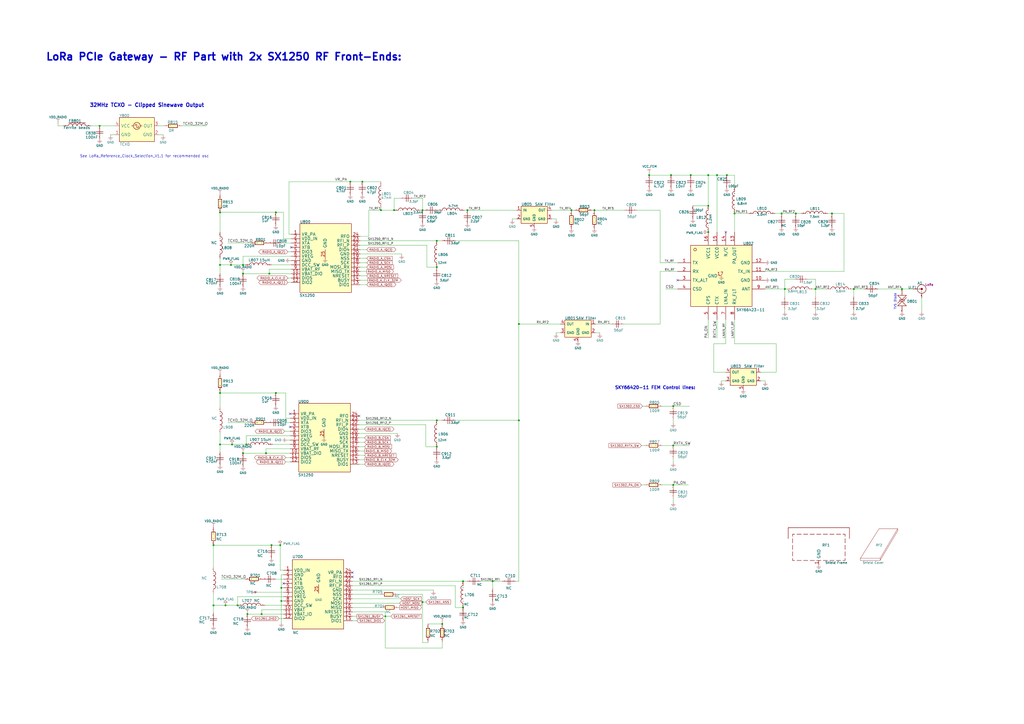
<source format=kicad_sch>
(kicad_sch (version 20211123) (generator eeschema)
  (paper "A2")
  (title_block (title "LoRa PCIe Gateway Rf Part") (date "26 02 2021") (rev "1.0") (company "Nebra Ltd") (comment 1 "RF Front End Schematic Part"))
  (junction (at 253.365 243.84))
  (junction (at 495.3 167.64))
  (junction (at 253.365 139.7))
  (junction (at 482.6 123.825))
  (junction (at 154.305 262.89))
  (junction (at 223.52 357.505))
  (junction (at 143.51 356.235))
  (junction (at 228.6 121.92))
  (junction (at 344.805 121.92))
  (junction (at 390.525 281.305))
  (junction (at 210.185 105.41))
  (junction (at 410.845 101.6))
  (junction (at 123.825 316.23))
  (junction (at 285.75 337.185))
  (junction (at 415.925 101.6))
  (junction (at 160.02 123.19))
  (junction (at 140.97 262.89))
  (junction (at 127.635 257.81))
  (junction (at 140.97 153.67))
  (junction (at 268.605 337.185))
  (junction (at 137.795 351.155))
  (junction (at 156.21 158.75))
  (junction (at 389.255 101.6))
  (junction (at 220.98 121.92))
  (junction (at 461.645 123.825))
  (junction (at 390.525 258.445))
  (junction (at 57.785 73.025))
  (junction (at 256.54 361.95))
  (junction (at 331.47 121.92))
  (junction (at 140.97 158.75))
  (junction (at 127.635 153.67))
  (junction (at 390.525 235.585))
  (junction (at 133.985 153.67))
  (junction (at 453.39 123.825))
  (junction (at 426.085 123.825))
  (junction (at 400.685 101.6))
  (junction (at 473.075 167.64))
  (junction (at 523.24 167.64))
  (junction (at 268.605 352.425))
  (junction (at 162.56 316.23))
  (junction (at 245.11 349.25))
  (junction (at 130.81 351.155))
  (junction (at 300.99 187.96))
  (junction (at 271.145 121.92))
  (junction (at 160.02 227.965))
  (junction (at 376.555 101.6))
  (junction (at 157.48 316.23))
  (junction (at 410.845 134.62))
  (junction (at 163.195 348.615))
  (junction (at 421.64 101.6))
  (junction (at 455.295 167.64))
  (junction (at 253.365 259.08))
  (junction (at 151.765 356.235))
  (junction (at 300.99 243.84))
  (junction (at 134.62 257.81))
  (junction (at 410.845 119.38))
  (junction (at 163.195 340.995))
  (junction (at 245.11 121.92))
  (junction (at 203.2 105.41))
  (junction (at 127.635 227.965))
  (junction (at 253.365 154.94))
  (junction (at 142.875 257.81))
  (junction (at 123.825 351.155))
  (junction (at 127.635 123.19))
  (no_connect (at 168.275 247.65))
  (no_connect (at 168.91 143.51))
  (no_connect (at 208.28 241.3))
  (no_connect (at 421.005 134.62))
  (no_connect (at 168.275 240.03))
  (no_connect (at 393.065 162.56))
  (no_connect (at 204.47 332.105))
  (no_connect (at 164.465 338.455))
  (no_connect (at 204.47 334.645))
  (wire (pts (xy 208.915 160.02) (xy 212.725 160.02)))
  (wire (pts (xy 455.295 172.085) (xy 455.295 167.64)))
  (wire (pts (xy 142.24 335.915) (xy 128.27 335.915)))
  (wire (pts (xy 157.48 316.23) (xy 123.825 316.23)))
  (wire (pts (xy 211.455 256.54) (xy 208.28 256.54)))
  (wire (pts (xy 345.44 193.04) (xy 347.98 193.04)))
  (wire (pts (xy 156.21 156.21) (xy 168.91 156.21)))
  (wire (pts (xy 165.735 227.965) (xy 160.02 227.965)))
  (wire (pts (xy 208.28 251.46) (xy 230.505 251.46)))
  (wire (pts (xy 164.465 333.375) (xy 163.195 333.375)))
  (wire (pts (xy 204.47 342.265) (xy 251.46 342.265)))
  (wire (pts (xy 142.875 257.81) (xy 134.62 257.81)))
  (wire (pts (xy 220.98 120.65) (xy 220.98 121.92)))
  (wire (pts (xy 297.18 127) (xy 297.18 127.635)))
  (wire (pts (xy 300.99 243.84) (xy 300.99 337.185)))
  (wire (pts (xy 426.085 101.6) (xy 426.085 108.585)))
  (wire (pts (xy 164.465 123.19) (xy 160.02 123.19)))
  (wire (pts (xy 495.3 172.085) (xy 495.3 167.64)))
  (wire (pts (xy 347.98 193.04) (xy 347.98 193.675)))
  (wire (pts (xy 105.41 73.025) (xy 120.015 73.025)))
  (wire (pts (xy 320.04 121.92) (xy 331.47 121.92)))
  (wire (pts (xy 203.2 105.41) (xy 167.64 105.41)))
  (wire (pts (xy 393.065 157.48) (xy 382.905 157.48)))
  (wire (pts (xy 325.12 193.04) (xy 322.58 193.04)))
  (wire (pts (xy 264.16 139.7) (xy 300.99 139.7)))
  (wire (pts (xy 168.91 161.29) (xy 167.005 161.29)))
  (wire (pts (xy 449.58 123.825) (xy 453.39 123.825)))
  (wire (pts (xy 220.98 105.41) (xy 210.185 105.41)))
  (wire (pts (xy 264.16 352.425) (xy 268.605 352.425)))
  (wire (pts (xy 33.655 73.025) (xy 33.655 71.755)))
  (wire (pts (xy 223.52 357.505) (xy 223.52 375.92)))
  (wire (pts (xy 331.47 122.555) (xy 331.47 121.92)))
  (wire (pts (xy 256.54 139.7) (xy 253.365 139.7)))
  (wire (pts (xy 164.465 330.835) (xy 162.56 330.835)))
  (wire (pts (xy 344.805 121.92) (xy 344.805 122.555)))
  (wire (pts (xy 164.465 138.43) (xy 164.465 123.19)))
  (wire (pts (xy 495.3 179.705) (xy 495.3 180.975)))
  (wire (pts (xy 441.325 215.9) (xy 450.215 215.9)))
  (wire (pts (xy 210.185 105.41) (xy 203.2 105.41)))
  (wire (pts (xy 223.52 354.965) (xy 223.52 357.505)))
  (wire (pts (xy 163.195 333.375) (xy 163.195 340.995)))
  (wire (pts (xy 232.41 114.935) (xy 228.6 114.935)))
  (wire (pts (xy 461.645 124.46) (xy 461.645 123.825)))
  (wire (pts (xy 410.845 196.215) (xy 410.845 185.42)))
  (wire (pts (xy 468.63 161.925) (xy 473.075 161.925)))
  (wire (pts (xy 207.01 360.045) (xy 204.47 360.045)))
  (wire (pts (xy 208.915 147.32) (xy 233.045 147.32)))
  (wire (pts (xy 167.005 163.83) (xy 168.91 163.83)))
  (wire (pts (xy 401.955 119.38) (xy 410.845 119.38)))
  (wire (pts (xy 154.305 262.89) (xy 154.305 260.35)))
  (wire (pts (xy 36.83 73.025) (xy 33.655 73.025)))
  (wire (pts (xy 166.37 255.27) (xy 168.275 255.27)))
  (wire (pts (xy 455.295 179.705) (xy 455.295 180.975)))
  (wire (pts (xy 450.215 199.39) (xy 450.215 215.9)))
  (wire (pts (xy 256.54 375.92) (xy 256.54 372.11)))
  (wire (pts (xy 168.91 148.59) (xy 140.97 148.59)))
  (wire (pts (xy 382.905 152.4) (xy 393.065 152.4)))
  (wire (pts (xy 471.805 167.64) (xy 473.075 167.64)))
  (wire (pts (xy 208.28 246.38) (xy 247.015 246.38)))
  (wire (pts (xy 331.47 121.92) (xy 333.375 121.92)))
  (wire (pts (xy 127.635 227.965) (xy 127.635 227.33)))
  (wire (pts (xy 127.635 153.67) (xy 127.635 158.75)))
  (wire (pts (xy 271.145 121.92) (xy 299.72 121.92)))
  (wire (pts (xy 453.39 124.46) (xy 453.39 123.825)))
  (wire (pts (xy 443.865 167.64) (xy 455.295 167.64)))
  (wire (pts (xy 168.275 151.13) (xy 168.91 151.13)))
  (wire (pts (xy 211.455 266.7) (xy 208.28 266.7)))
  (wire (pts (xy 253.365 139.7) (xy 208.915 139.7)))
  (wire (pts (xy 57.785 73.025) (xy 66.675 73.025)))
  (wire (pts (xy 208.915 165.1) (xy 212.725 165.1)))
  (wire (pts (xy 165.735 267.97) (xy 168.275 267.97)))
  (wire (pts (xy 168.91 158.75) (xy 156.21 158.75)))
  (wire (pts (xy 204.47 347.345) (xy 232.41 347.345)))
  (wire (pts (xy 127.635 251.46) (xy 127.635 257.81)))
  (wire (pts (xy 278.765 337.185) (xy 285.75 337.185)))
  (wire (pts (xy 240.03 114.935) (xy 245.11 114.935)))
  (wire (pts (xy 384.175 281.305) (xy 390.525 281.305)))
  (wire (pts (xy 92.075 78.105) (xy 94.615 78.105)))
  (wire (pts (xy 482.6 123.825) (xy 480.06 123.825)))
  (wire (pts (xy 410.845 101.6) (xy 415.925 101.6)))
  (wire (pts (xy 455.295 167.64) (xy 456.565 167.64)))
  (wire (pts (xy 204.47 337.185) (xy 268.605 337.185)))
  (wire (pts (xy 247.015 259.08) (xy 253.365 259.08)))
  (wire (pts (xy 300.99 187.96) (xy 300.99 243.84)))
  (wire (pts (xy 167.64 135.89) (xy 168.91 135.89)))
  (wire (pts (xy 376.555 100.965) (xy 376.555 101.6)))
  (wire (pts (xy 461.645 123.825) (xy 464.82 123.825)))
  (wire (pts (xy 426.085 185.42) (xy 426.085 199.39)))
  (wire (pts (xy 285.75 337.185) (xy 291.465 337.185)))
  (wire (pts (xy 372.11 258.445) (xy 374.015 258.445)))
  (wire (pts (xy 441.325 220.98) (xy 443.865 220.98)))
  (wire (pts (xy 226.695 357.505) (xy 223.52 357.505)))
  (wire (pts (xy 247.015 246.38) (xy 247.015 259.08)))
  (wire (pts (xy 211.455 261.62) (xy 208.28 261.62)))
  (wire (pts (xy 231.775 352.425) (xy 231.14 352.425)))
  (wire (pts (xy 123.825 316.23) (xy 123.825 328.93)))
  (wire (pts (xy 167.64 105.41) (xy 167.64 135.89)))
  (wire (pts (xy 473.075 161.925) (xy 473.075 167.64)))
  (wire (pts (xy 137.795 351.155) (xy 130.81 351.155)))
  (wire (pts (xy 489.585 123.825) (xy 482.6 123.825)))
  (wire (pts (xy 204.47 339.725) (xy 264.16 339.725)))
  (wire (pts (xy 208.28 243.84) (xy 253.365 243.84)))
  (wire (pts (xy 390.525 235.585) (xy 400.05 235.585)))
  (wire (pts (xy 247.015 349.25) (xy 245.11 349.25)))
  (wire (pts (xy 165.735 265.43) (xy 168.275 265.43)))
  (wire (pts (xy 247.65 154.94) (xy 253.365 154.94)))
  (wire (pts (xy 285.75 341.63) (xy 285.75 337.185)))
  (wire (pts (xy 163.195 245.11) (xy 168.275 245.11)))
  (wire (pts (xy 253.365 155.575) (xy 253.365 154.94)))
  (wire (pts (xy 390.525 266.065) (xy 390.525 268.605)))
  (wire (pts (xy 204.47 354.965) (xy 223.52 354.965)))
  (wire (pts (xy 164.465 358.775) (xy 161.925 358.775)))
  (wire (pts (xy 211.455 264.16) (xy 208.28 264.16)))
  (wire (pts (xy 325.12 187.96) (xy 300.99 187.96)))
  (wire (pts (xy 386.08 167.64) (xy 393.065 167.64)))
  (wire (pts (xy 455.295 161.925) (xy 455.295 167.64)))
  (wire (pts (xy 165.1 250.19) (xy 168.275 250.19)))
  (wire (pts (xy 482.6 123.825) (xy 482.6 124.46)))
  (wire (pts (xy 245.11 349.25) (xy 245.11 372.745)))
  (wire (pts (xy 223.52 375.92) (xy 256.54 375.92)))
  (wire (pts (xy 211.455 259.08) (xy 208.28 259.08)))
  (wire (pts (xy 127.635 153.67) (xy 127.635 149.86)))
  (wire (pts (xy 151.765 356.235) (xy 143.51 356.235)))
  (wire (pts (xy 133.985 153.67) (xy 127.635 153.67)))
  (wire (pts (xy 140.97 153.67) (xy 133.985 153.67)))
  (wire (pts (xy 421.64 101.6) (xy 426.085 101.6)))
  (wire (pts (xy 127.635 227.965) (xy 127.635 236.22)))
  (wire (pts (xy 245.11 344.805) (xy 245.11 349.25)))
  (wire (pts (xy 384.175 258.445) (xy 390.525 258.445)))
  (wire (pts (xy 473.075 179.705) (xy 473.075 180.975)))
  (wire (pts (xy 264.16 339.725) (xy 264.16 352.425)))
  (wire (pts (xy 162.56 316.23) (xy 157.48 316.23)))
  (wire (pts (xy 414.02 199.39) (xy 421.005 199.39)))
  (wire (pts (xy 233.045 147.32) (xy 233.045 147.955)))
  (wire (pts (xy 164.465 340.995) (xy 163.195 340.995)))
  (wire (pts (xy 208.915 154.94) (xy 212.725 154.94)))
  (wire (pts (xy 455.295 161.925) (xy 461.01 161.925)))
  (wire (pts (xy 160.02 123.19) (xy 127.635 123.19)))
  (wire (pts (xy 390.525 243.205) (xy 390.525 245.745)))
  (wire (pts (xy 154.305 262.89) (xy 140.97 262.89)))
  (wire (pts (xy 123.825 344.17) (xy 123.825 351.155)))
  (wire (pts (xy 495.3 167.64) (xy 501.65 167.64)))
  (wire (pts (xy 164.465 353.695) (xy 151.765 353.695)))
  (wire (pts (xy 211.455 269.24) (xy 208.28 269.24)))
  (wire (pts (xy 443.865 157.48) (xy 489.585 157.48)))
  (wire (pts (xy 220.98 352.425) (xy 204.47 352.425)))
  (wire (pts (xy 52.705 73.025) (xy 57.785 73.025)))
  (wire (pts (xy 421.005 215.9) (xy 414.02 215.9)))
  (wire (pts (xy 344.805 121.92) (xy 361.95 121.92)))
  (wire (pts (xy 94.615 78.105) (xy 94.615 78.74)))
  (wire (pts (xy 208.915 144.78) (xy 212.725 144.78)))
  (wire (pts (xy 268.605 337.185) (xy 271.145 337.185)))
  (wire (pts (xy 534.67 172.72) (xy 534.67 180.975)))
  (wire (pts (xy 421.005 185.42) (xy 421.005 199.39)))
  (wire (pts (xy 168.275 262.89) (xy 154.305 262.89)))
  (wire (pts (xy 300.99 139.7) (xy 300.99 187.96)))
  (wire (pts (xy 142.875 252.73) (xy 142.875 257.81)))
  (wire (pts (xy 453.39 123.825) (xy 461.645 123.825)))
  (wire (pts (xy 473.075 172.085) (xy 473.075 167.64)))
  (wire (pts (xy 390.525 281.305) (xy 399.415 281.305)))
  (wire (pts (xy 374.015 235.585) (xy 372.745 235.585)))
  (wire (pts (xy 269.24 121.92) (xy 271.145 121.92)))
  (wire (pts (xy 145.415 140.97) (xy 132.08 140.97)))
  (wire (pts (xy 376.555 101.6) (xy 389.255 101.6)))
  (wire (pts (xy 415.925 101.6) (xy 421.64 101.6)))
  (wire (pts (xy 369.57 121.92) (xy 382.905 121.92)))
  (wire (pts (xy 400.685 101.6) (xy 410.845 101.6)))
  (wire (pts (xy 153.67 351.155) (xy 164.465 351.155)))
  (wire (pts (xy 208.915 152.4) (xy 212.725 152.4)))
  (wire (pts (xy 354.33 187.96) (xy 345.44 187.96)))
  (wire (pts (xy 92.075 73.025) (xy 95.25 73.025)))
  (wire (pts (xy 66.675 78.105) (xy 64.135 78.105)))
  (wire (pts (xy 157.48 153.67) (xy 168.91 153.67)))
  (wire (pts (xy 220.345 344.805) (xy 204.47 344.805)))
  (wire (pts (xy 207.01 357.505) (xy 204.47 357.505)))
  (wire (pts (xy 426.085 123.825) (xy 426.085 134.62)))
  (wire (pts (xy 382.905 157.48) (xy 382.905 187.96)))
  (wire (pts (xy 164.465 343.535) (xy 149.225 343.535)))
  (wire (pts (xy 164.465 346.075) (xy 137.795 346.075)))
  (wire (pts (xy 390.525 288.925) (xy 390.525 291.465)))
  (wire (pts (xy 164.465 348.615) (xy 163.195 348.615)))
  (wire (pts (xy 443.865 220.98) (xy 443.865 221.615)))
  (wire (pts (xy 415.925 134.62) (xy 415.925 101.6)))
  (wire (pts (xy 523.24 167.64) (xy 509.27 167.64)))
  (wire (pts (xy 489.585 157.48) (xy 489.585 123.825)))
  (wire (pts (xy 384.175 235.585) (xy 390.525 235.585)))
  (wire (pts (xy 414.02 199.39) (xy 414.02 215.9)))
  (wire (pts (xy 245.11 114.935) (xy 245.11 121.92)))
  (wire (pts (xy 156.21 158.75) (xy 156.21 156.21)))
  (wire (pts (xy 251.46 342.265) (xy 251.46 342.9)))
  (wire (pts (xy 138.43 351.155) (xy 137.795 351.155)))
  (wire (pts (xy 145.415 245.11) (xy 132.08 245.11)))
  (wire (pts (xy 389.255 101.6) (xy 400.685 101.6)))
  (wire (pts (xy 140.97 148.59) (xy 140.97 153.67)))
  (wire (pts (xy 164.465 138.43) (xy 168.91 138.43)))
  (wire (pts (xy 213.995 137.16) (xy 208.915 137.16)))
  (wire (pts (xy 127.635 123.19) (xy 127.635 134.62)))
  (wire (pts (xy 137.795 346.075) (xy 137.795 351.155)))
  (wire (pts (xy 130.81 351.155) (xy 123.825 351.155)))
  (wire (pts (xy 415.925 196.215) (xy 415.925 185.42)))
  (wire (pts (xy 168.91 140.97) (xy 163.195 140.97)))
  (wire (pts (xy 168.275 252.73) (xy 142.875 252.73)))
  (wire (pts (xy 158.115 257.81) (xy 168.275 257.81)))
  (wire (pts (xy 248.285 361.95) (xy 256.54 361.95)))
  (wire (pts (xy 163.195 340.995) (xy 163.195 348.615)))
  (wire (pts (xy 127.635 257.81) (xy 127.635 262.255)))
  (wire (pts (xy 299.72 127) (xy 297.18 127)))
  (wire (pts (xy 164.465 335.915) (xy 160.02 335.915)))
  (wire (pts (xy 494.665 167.64) (xy 495.3 167.64)))
  (wire (pts (xy 421.005 220.98) (xy 418.465 220.98)))
  (wire (pts (xy 162.56 330.835) (xy 162.56 316.23)))
  (wire (pts (xy 228.6 121.92) (xy 220.98 121.92)))
  (wire (pts (xy 208.915 162.56) (xy 213.36 162.56)))
  (wire (pts (xy 154.305 260.35) (xy 168.275 260.35)))
  (wire (pts (xy 382.905 187.96) (xy 361.95 187.96)))
  (wire (pts (xy 243.84 121.92) (xy 245.11 121.92)))
  (wire (pts (xy 213.995 121.92) (xy 213.995 137.16)))
  (wire (pts (xy 248.285 372.745) (xy 248.285 372.11)))
  (wire (pts (xy 220.98 121.92) (xy 213.995 121.92)))
  (wire (pts (xy 245.11 372.745) (xy 248.285 372.745)))
  (wire (pts (xy 264.16 243.84) (xy 300.99 243.84)))
  (wire (pts (xy 204.47 349.885) (xy 231.775 349.885)))
  (wire (pts (xy 165.735 242.57) (xy 165.735 227.965)))
  (wire (pts (xy 247.65 142.24) (xy 247.65 154.94)))
  (wire (pts (xy 245.11 121.92) (xy 246.38 121.92)))
  (wire (pts (xy 320.04 127) (xy 322.58 127)))
  (wire (pts (xy 410.845 119.38) (xy 410.845 101.6)))
  (wire (pts (xy 142.24 153.67) (xy 140.97 153.67)))
  (wire (pts (xy 208.915 142.24) (xy 247.65 142.24)))
  (wire (pts (xy 211.455 254) (xy 208.28 254)))
  (wire (pts (xy 343.535 121.92) (xy 344.805 121.92)))
  (wire (pts (xy 322.58 193.04) (xy 322.58 193.675)))
  (wire (pts (xy 208.915 149.86) (xy 212.725 149.86)))
  (wire (pts (xy 160.02 227.965) (xy 127.635 227.965)))
  (wire (pts (xy 230.505 344.805) (xy 245.11 344.805)))
  (wire (pts (xy 64.135 78.105) (xy 64.135 78.74)))
  (wire (pts (xy 256.54 361.315) (xy 256.54 361.95)))
  (wire (pts (xy 372.11 281.305) (xy 374.015 281.305)))
  (wire (pts (xy 228.6 114.935) (xy 228.6 121.92)))
  (wire (pts (xy 168.275 242.57) (xy 165.735 242.57)))
  (wire (pts (xy 426.085 199.39) (xy 450.215 199.39)))
  (wire (pts (xy 418.465 220.98) (xy 418.465 221.615)))
  (wire (pts (xy 434.34 123.825) (xy 426.085 123.825)))
  (wire (pts (xy 322.58 127) (xy 322.58 127.635)))
  (wire (pts (xy 300.99 337.185) (xy 299.085 337.185)))
  (wire (pts (xy 164.465 356.235) (xy 151.765 356.235)))
  (wire (pts (xy 390.525 258.445) (xy 400.05 258.445)))
  (wire (pts (xy 208.915 157.48) (xy 212.725 157.48)))
  (wire (pts (xy 167.005 146.05) (xy 168.91 146.05)))
  (wire (pts (xy 382.905 121.92) (xy 382.905 152.4)))
  (wire (pts (xy 151.765 353.695) (xy 151.765 356.235)))
  (wire (pts (xy 163.195 348.615) (xy 163.195 361.315)))
  (wire (pts (xy 123.825 351.155) (xy 123.825 355.6)))
  (wire (pts (xy 211.455 248.92) (xy 208.28 248.92)))
  (wire (pts (xy 156.21 158.75) (xy 140.97 158.75)))
  (wire (pts (xy 134.62 257.81) (xy 127.635 257.81)))
  (wire (pts (xy 529.59 167.64) (xy 523.24 167.64)))
  (wire (pts (xy 473.075 167.64) (xy 479.425 167.64)))
  (wire (pts (xy 253.365 243.84) (xy 256.54 243.84)))
  (text "TVS Diode" (at 520.065 179.705 90) (effects (font (size 1.27 1.27)) (justify left bottom)))
  (text "See LoRa_Reference_Clock_Selection_V1.1 for recommended osc" (at 46.355 91.567 0) (effects (font (size 1.524 1.524)) (justify left bottom)))
  (text "LoRa PCIe Gateway - RF Part with 2x SX1250 RF Front-Ends:" (at 26.416 35.56 0) (effects (font (size 4.2672 4.2672) (thickness 0.8534) bold) (justify left bottom)))
  (text "SKY66420-11 FEM Control lines:" (at 356.616 226.06 0) (effects (font (size 1.8288 1.8288) (thickness 0.3658) bold) (justify left bottom)))
  (text "32MHz TCXO - Clipped Sinewave Output" (at 51.943 62.357 0) (effects (font (size 2.1336 2.1336) (thickness 0.4267) bold) (justify left bottom)))
  (label "ANT_RF3" (at 495.3 167.64 0))
  (label "RXTX_SW" (at 415.925 196.215 90) (effects (font (size 1.524 1.524))))
  (label "SX1250_RFI2_P" (at 212.09 246.38 0))
  (label "TX_RF2" (at 240.03 114.935 0))
  (label "RX_RF1" (at 346.71 187.96 0))
  (label "ANT_RF1" (at 443.865 167.64 0))
  (label "LNAIN_RF" (at 421.005 196.215 90))
  (label "TCXO_32M_O" (at 132.08 245.11 0) (effects (font (size 1.524 1.524))))
  (label "TCXO_32M_O" (at 128.27 335.915 0) (effects (font (size 1.524 1.524))))
  (label "LNAFLT_RF" (at 426.085 196.215 90))
  (label "CSD" (at 390.525 235.585 0) (effects (font (size 1.524 1.524))))
  (label "PA_RF3" (at 443.865 157.48 0))
  (label "RX_RF" (at 385.445 157.48 0))
  (label "VR_PA" (at 194.31 105.41 0) (effects (font (size 1.524 1.524))))
  (label "TX_RF3" (at 271.78 121.92 0))
  (label "PA_RF2" (at 454.025 123.825 0))
  (label "TX_RF5" (at 349.25 121.92 0))
  (label "SX1250_RFI2_N" (at 212.09 243.84 0))
  (label "SX1261_RFI_N" (at 208.28 337.185 0))
  (label "SX1250_RFI1_N" (at 213.36 139.7 0))
  (label "ANT_RF4" (at 514.985 167.64 0))
  (label "RX_RF2" (at 311.15 187.96 0))
  (label "SX1261_RFI_P" (at 208.28 339.725 0))
  (label "RXTX_SW" (at 390.525 258.445 0) (effects (font (size 1.524 1.524))))
  (label "PA_ON" (at 410.845 196.215 90) (effects (font (size 1.524 1.524))))
  (label "TX_RF4" (at 324.485 121.92 0))
  (label "TX_RF" (at 385.445 152.4 0))
  (label "SX1261_RFI" (at 278.765 337.185 0))
  (label "PA_ON" (at 390.525 281.305 0) (effects (font (size 1.524 1.524))))
  (label "PA_RF1" (at 426.72 123.825 0))
  (label "TX_RF1" (at 213.995 121.92 0))
  (label "ANT_RF2" (at 473.075 167.64 0))
  (label "CSD" (at 386.08 167.64 0) (effects (font (size 1.524 1.524))))
  (label "TCXO_32M_O" (at 106.045 73.025 0) (effects (font (size 1.524 1.524))))
  (label "SX1250_RFI1_P" (at 213.36 142.24 0))
  (label "TCXO_32M_O" (at 132.08 140.97 0) (effects (font (size 1.524 1.524))))
  (global_label "RADIO_B_NRESET" (shape input) (at 211.455 264.16 0) (property "Intersheet References" "${INTERSHEET_REFS}" (effects hide)))
  (global_label "SX1261_DIO1" (shape bidirectional) (at 207.01 360.045 0) (property "Intersheet References" "${INTERSHEET_REFS}" (effects hide)))
  (global_label "SX1261_NRESET" (shape input) (at 226.695 357.505 0) (property "Intersheet References" "${INTERSHEET_REFS}" (effects hide)))
  (global_label "HOST_MISO" (shape output) (at 231.775 352.425 0) (property "Intersheet References" "${INTERSHEET_REFS}" (effects hide)))
  (global_label "SX1261_BUSY" (shape output) (at 207.01 357.505 0) (property "Intersheet References" "${INTERSHEET_REFS}" (effects hide)))
  (global_label "RADIO_A_NRESET" (shape input) (at 212.725 160.02 0) (property "Intersheet References" "${INTERSHEET_REFS}" (effects hide)))
  (global_label "RADIO_B_CLK_32M" (shape output) (at 211.455 266.7 0) (property "Intersheet References" "${INTERSHEET_REFS}" (effects hide)))
  (global_label "SX1302_PA_ON" (shape input) (at 372.11 281.305 180) (property "Intersheet References" "${INTERSHEET_REFS}" (effects hide)))
  (global_label "RADIO_A_SCK" (shape input) (at 212.725 152.4 0) (property "Intersheet References" "${INTERSHEET_REFS}" (effects hide)))
  (global_label "RADIO_B_IQ(1)" (shape bidirectional) (at 165.735 267.97 180) (property "Intersheet References" "${INTERSHEET_REFS}" (effects hide)))
  (global_label "RADIO_A_MISO" (shape output) (at 212.725 157.48 0) (property "Intersheet References" "${INTERSHEET_REFS}" (effects hide)))
  (global_label "RADIO_B_SCK" (shape input) (at 211.455 256.54 0) (property "Intersheet References" "${INTERSHEET_REFS}" (effects hide)))
  (global_label "RADIO_B_IQ(3)" (shape bidirectional) (at 211.455 248.92 0) (property "Intersheet References" "${INTERSHEET_REFS}" (effects hide)))
  (global_label "RADIO_B_CLK_O" (shape bidirectional) (at 165.735 265.43 180) (property "Intersheet References" "${INTERSHEET_REFS}" (effects hide)))
  (global_label "RADIO_A_IQ(1)" (shape bidirectional) (at 167.005 163.83 180) (property "Intersheet References" "${INTERSHEET_REFS}" (effects hide)))
  (global_label "SX1261_NSS" (shape input) (at 247.015 349.25 0) (property "Intersheet References" "${INTERSHEET_REFS}" (effects hide)))
  (global_label "RADIO_B_IQ(2)" (shape bidirectional) (at 165.1 250.19 180) (property "Intersheet References" "${INTERSHEET_REFS}" (effects hide)))
  (global_label "RADIO_A_CSN" (shape input) (at 212.725 149.86 0) (property "Intersheet References" "${INTERSHEET_REFS}" (effects hide)))
  (global_label "SX1302_CSD" (shape input) (at 372.745 235.585 180) (property "Intersheet References" "${INTERSHEET_REFS}" (effects hide)))
  (global_label "SX1302_RXTX_SW" (shape input) (at 372.11 258.445 180) (property "Intersheet References" "${INTERSHEET_REFS}" (effects hide)))
  (global_label "RADIO_A_MOSI" (shape input) (at 212.725 154.94 0) (property "Intersheet References" "${INTERSHEET_REFS}" (effects hide)))
  (global_label "HOST_SCK" (shape input) (at 232.41 347.345 0) (property "Intersheet References" "${INTERSHEET_REFS}" (effects hide)))
  (global_label "RADIO_A_IQ(0)" (shape bidirectional) (at 212.725 165.1 0) (property "Intersheet References" "${INTERSHEET_REFS}" (effects hide)))
  (global_label "RADIO_A_CLK_O" (shape bidirectional) (at 167.005 161.29 180) (property "Intersheet References" "${INTERSHEET_REFS}" (effects hide)))
  (global_label "RADIO_B_CSN" (shape input) (at 211.455 254 0) (property "Intersheet References" "${INTERSHEET_REFS}" (effects hide)))
  (global_label "RADIO_B_MOSI" (shape input) (at 211.455 259.08 0) (property "Intersheet References" "${INTERSHEET_REFS}" (effects hide)))
  (global_label "HOST_MOSI" (shape input) (at 231.775 349.885 0) (property "Intersheet References" "${INTERSHEET_REFS}" (effects hide)))
  (global_label "RADIO_A_IQ(2)" (shape bidirectional) (at 167.005 146.05 180) (property "Intersheet References" "${INTERSHEET_REFS}" (effects hide)))
  (global_label "RADIO_B_MISO" (shape output) (at 211.455 261.62 0) (property "Intersheet References" "${INTERSHEET_REFS}" (effects hide)))
  (global_label "RADIO_A_IQ(3)" (shape bidirectional) (at 212.725 144.78 0) (property "Intersheet References" "${INTERSHEET_REFS}" (effects hide)))
  (global_label "RADIO_A_CLK_32M" (shape output) (at 213.36 162.56 0) (property "Intersheet References" "${INTERSHEET_REFS}" (effects hide)))
  (global_label "SX1261_DIO2" (shape bidirectional) (at 161.925 358.775 180) (property "Intersheet References" "${INTERSHEET_REFS}" (effects hide)))
  (global_label "RADIO_B_IQ(0)" (shape bidirectional) (at 211.455 269.24 0) (property "Intersheet References" "${INTERSHEET_REFS}" (effects hide)))
  (symbol (lib_id "LoRa_PCIe_GW-rescue:Cap-") (at 299.085 337.185 180) (unit 1)
    (property "Reference" "C710" (at 292.8874 334.9244 0) (effects (font (size 1.524 1.524)) (justify right top)))
    (property "Value" "NC" (at 293.497 342.011 0) (effects (font (size 1.524 1.524)) (justify right top)))
    (property "Footprint" "LoRa_PCIe_GW:ccer_201_smd_small" (effects hide))
  )
  (symbol (lib_id "LoRa_PCIe_GW-rescue:Cap-") (at 285.75 349.25 90) (unit 1)
    (property "Reference" "C713" (at 288.1884 346.7608 90) (effects (font (size 1.524 1.524)) (justify right top)))
    (property "Value" "NC" (at 288.29 347.98 90))
    (property "Footprint" "LoRa_PCIe_GW:ccer_201_smd_small" (effects hide))
  )
  (symbol (lib_id "LoRa_PCIe_GW-rescue:SAW_Filter_RF360-") (at 431.165 218.44 0) (mirror y) (unit 1)
    (property "Reference" "U803" (at 423.672 213.2838 0) (effects (font (size 1.524 1.524)) (justify right bottom)))
    (property "Value" "SAW Filter" (at 431.5714 213.2584 0) (effects (font (size 1.524 1.524)) (justify right bottom)))
    (property "Footprint" "LoRa_PCIe_GW:QCS5P_1.4x1.1mm" (effects hide))
    (property "Description" "866.5MHz Frequency Remote Control RF SAW Filter (Sound Acoustic Wave) 2.3dB 7MHz Bandwidth 5-SMD, No Lead" (effects hide))
    (property "Manufacturer" "Qualcomm & TDK" (effects hide))
    (property "Part Number" "B39871B4377P810" (effects hide))
    (property "Price[1k]" "0.92" (effects hide))
    (property "Supplier Link" "https://www.digikey.com/en/products/detail/qualcomm-rf360-a-qualcomm-tdk-joint-venture/B39871B4377P810/9562395" (effects hide))
  )
  (symbol (lib_id "LoRa_PCIe_GW-rescue:SAW_Filter_RF360-") (at 335.28 190.5 0) (mirror y) (unit 1)
    (property "Reference" "U801" (at 327.66 185.42 0) (effects (font (size 1.524 1.524)) (justify right bottom)))
    (property "Value" "SAW Filter" (at 334.01 185.42 0) (effects (font (size 1.524 1.524)) (justify right bottom)))
    (property "Footprint" "LoRa_PCIe_GW:QCS5P_1.4x1.1mm" (effects hide))
    (property "Description" "866.5MHz Frequency Remote Control RF SAW Filter (Sound Acoustic Wave) 2.3dB 7MHz Bandwidth 5-SMD, No Lead" (effects hide))
    (property "Manufacturer" "Qualcomm & TDK" (effects hide))
    (property "Part Number" "B39871B4377P810" (effects hide))
    (property "Price[1k]" "0.92" (effects hide))
    (property "Supplier Link" "https://www.digikey.com/en/products/detail/qualcomm-rf360-a-qualcomm-tdk-joint-venture/B39871B4377P810/9562395" (effects hide))
  )
  (symbol (lib_id "LoRa_PCIe_GW-rescue:SAW_Filter_RF360-") (at 309.88 124.46 0) (unit 1)
    (property "Reference" "U805" (at 302.387 119.3292 0) (effects (font (size 1.524 1.524)) (justify left bottom)))
    (property "Value" "SAW Filter" (at 310.261 119.3292 0) (effects (font (size 1.524 1.524)) (justify left bottom)))
    (property "Footprint" "LoRa_PCIe_GW:QCS5P_1.4x1.1mm" (effects hide))
    (property "Description" "866.5MHz Frequency Remote Control RF SAW Filter (Sound Acoustic Wave) 2.3dB 7MHz Bandwidth 5-SMD, No Lead" (effects hide))
    (property "Manufacturer" "Qualcomm & TDK" (effects hide))
    (property "Part Number" "B39871B4377P810" (effects hide))
    (property "Price[1k]" "0.92" (effects hide))
    (property "Supplier Link" "https://www.digikey.com/en/products/detail/qualcomm-rf360-a-qualcomm-tdk-joint-venture/B39871B4377P810/9562395" (effects hide))
  )
  (symbol (lib_id "LoRa_PCIe_GW-rescue:Cap-") (at 468.63 161.925 180) (unit 1)
    (property "Reference" "C830" (at 457.835 161.29 0) (effects (font (size 1.524 1.524)) (justify right top)))
    (property "Value" "1.5pF" (at 468.63 163.83 0))
    (property "Footprint" "LoRa_PCIe_GW:ccer_201_smd_small" (effects hide))
    (property "Description" "1.5pF ±0.05pF 50V Ceramic Capacitor C0G, NP0 0201 (0603 Metric)" (effects hide))
    (property "Manufacturer" "Murata" (effects hide))
    (property "Part Number" "GJM0335C1H1R5WB01" (effects hide))
    (property "Price[1k]" "0.026" (effects hide))
    (property "Supplier Link" "https://www.digikey.com/en/products/detail/murata-electronics/GJM0335C1H1R5WB01D/11618773" (effects hide))
  )
  (symbol (lib_id "LoRa_PCIe_GW-rescue:U.FL-") (at 529.59 167.64 0) (mirror y) (unit 1)
    (property "Reference" "A1" (at 532.13 165.1 0) (effects (font (size 1.524 1.524)) (justify right bottom)))
    (property "Value" "U.FL" (at 526.796 167.64 0) (effects (font (size 1.524 1.524)) (justify right bottom)))
    (property "Footprint" "LoRa_PCIe_GW:U.FL-R-SMT_Hirose" (effects hide))
    (property "Description" "U.FL (UMCC) Connector Receptacle, Male Pin 50Ohm Surface Mount Solder" (effects hide))
    (property "Manufacturer" "Hirose" (effects hide))
    (property "Part Number" "U.FL-R-SMT-1(80)" (effects hide))
    (property "Price[1k]" "0.65" (effects hide))
    (property "Supplier Link" "https://www.digikey.com/en/products/detail/hirose-electric-co-ltd/U-FL-R-SMT-1-80/3978495" (effects hide))
    (property "Label" "LoRa" (at 539.115 165.1 0))
  )
  (symbol (lib_id "LoRa_PCIe_GW-rescue:Resistor-") (at 123.825 306.07 270) (unit 1)
    (property "Reference" "R713" (at 125.349 311.023 90) (effects (font (size 1.524 1.524)) (justify left bottom)))
    (property "Value" "NC" (at 125.349 313.563 90) (effects (font (size 1.524 1.524)) (justify left bottom)))
    (property "Footprint" "LoRa_PCIe_GW:rlc_201_smd_small" (effects hide))
  )
  (symbol (lib_id "LoRa_PCIe_GW-rescue:Resistor-") (at 220.345 344.805 0) (unit 1)
    (property "Reference" "R705" (at 215.9 344.17 0) (effects (font (size 1.524 1.524)) (justify left bottom)))
    (property "Value" "NC" (at 228.6 346.71 0) (effects (font (size 1.524 1.524)) (justify left bottom)))
    (property "Footprint" "LoRa_PCIe_GW:rlc_201_smd_small" (effects hide))
    (property "Description" "0 Ohms Jumper 0.05W, 1/20W Chip Resistor 0201 (0603 Metric)  Thick Film" (effects hide))
    (property "Manufacturer" "Vishay Dale" (effects hide))
    (property "Part Number" "CRCW02010000Z0ED" (effects hide))
    (property "Price[1k]" "0.006" (effects hide))
    (property "Supplier Link" "https://www.digikey.com/en/products/detail/vishay-dale/CRCW02010000Z0ED/1178434?s=N4IgTCBcDaIMICU4HUAMZUEZU9QLVQFEAREAXQF8g" (effects hide))
  )
  (symbol (lib_id "LoRa_PCIe_GW-rescue:RF_Shield_Two_Pieces") (at 474.98 317.5 0) (unit 1)
    (property "Reference" "RF1" (at 476.885 317.119 0) (effects (font (size 1.524 1.524)) (justify left bottom)))
    (property "Value" "Shield Frame" (at 485.14 326.39 0))
    (property "Footprint" "LoRa_PCIe_GW:SMS-458F_Shield" (effects hide))
    (property "Datasheet" "https://leadertechinc.com/wp-content/uploads/2016/03/SMS-458-REV-A.pdf" (effects hide))
    (property "Description" "RF Shield Frame 1.070\" (27.18mm) X 1.540\" (39.12mm)  Surface Mount" (effects hide))
    (property "Manufacturer" "Leader Tech" (effects hide))
    (property "Part Number" "SMS-458F" (effects hide))
    (property "Price[1k]" "1.82" (effects hide))
    (property "Supplier Link" "https://www.digikey.com/en/products/detail/leader-tech-inc/SMS-458F/7203557" (effects hide))
  )
  (symbol (lib_id "LoRa_PCIe_GW-rescue:RClamp0531T-") (at 523.24 180.975 0) (unit 1)
    (property "Reference" "D801" (at 526.034 175.6918 0) (effects (font (size 1.524 1.524)) (justify left bottom)))
    (property "Footprint" "LoRa_PCIe_GW:SLP1006P2T" (effects hide))
    (property "Description" "TVS DIODE 4V 1005" (effects hide))
    (property "Manufacturer" "Murata" (effects hide))
    (property "Part Number" "LXES15AAA1-153" (effects hide))
    (property "Price[1k]" "0.046" (effects hide))
    (property "Supplier Link" "https://www.digikey.com/en/products/detail/murata-electronics/LXES15AAA1-153/5843762" (effects hide))
  )
  (symbol (lib_id "LoRa_PCIe_GW-rescue:test_pin-") (at 147.955 343.535 0) (unit 1)
    (property "Reference" "TP6" (at 147.066 342.646 0) (effects (font (size 1.524 1.524)) (justify right top)))
    (property "Value" "NC" (effects hide))
    (property "Footprint" "LoRa_PCIe_GW:PIN_SMD" (effects hide))
    (property "Label" "SX1261_DIO" (effects hide))
  )
  (symbol (lib_id "LoRa_PCIe_GW-rescue:Cap-") (at 271.145 129.54 90) (unit 1)
    (property "Reference" "C807" (at 273.685 127 90) (effects (font (size 1.524 1.524)) (justify right top)))
    (property "Value" "2.2pF" (at 275.59 128.27 90))
    (property "Footprint" "LoRa_PCIe_GW:ccer_201_smd_small" (effects hide))
    (property "Description" "2.2pF ±0.05pF 50V Ceramic Capacitor C0G, NP0 0201 (0603 Metric)" (effects hide))
    (property "Manufacturer" "Murata" (effects hide))
    (property "Part Number" "GJM0335C1H2R2WB01D" (effects hide))
    (property "Price[1k]" "0.026" (effects hide))
    (property "Supplier Link" "https://www.digikey.com/en/products/detail/murata-electronics/GJM0335C1H2R2WB01D/11618467" (effects hide))
  )
  (symbol (lib_id "LoRa_PCIe_GW-rescue:Inductor-") (at 254 121.92 0) (unit 1)
    (property "Reference" "L804" (at 259.334 124.714 0) (effects (font (size 1.524 1.524)) (justify left bottom)))
    (property "Value" "4.7nH" (at 262.89 119.38 0))
    (property "Footprint" "LoRa_PCIe_GW:rlc_402_smd_small" (effects hide))
    (property "Description" "4.7nH Unshielded Wirewound Inductor 750mA 70mOhm Max 0402 (1005 Metric) " (effects hide))
    (property "Manufacturer" "Murata" (effects hide))
    (property "Part Number" "LQW15AN4N7C00D" (effects hide))
    (property "Price[1k]" "0.066" (effects hide))
    (property "Supplier Link" "https://www.digikey.com/en/products/detail/murata-electronics/LQW15AN4N7C00D/584348" (effects hide))
  )
  (symbol (lib_id "LoRa_PCIe_GW-rescue:Cap-") (at 254 121.92 180) (unit 1)
    (property "Reference" "C806" (at 247.904 119.38 0) (effects (font (size 1.524 1.524)) (justify right top)))
    (property "Value" "39pF" (at 254 123.19 0))
    (property "Footprint" "LoRa_PCIe_GW:ccer_201_smd_small" (effects hide))
    (property "Description" "39pF ±1% 50V Ceramic Capacitor C0G, NP0 0201 (0603 Metric)" (effects hide))
    (property "Manufacturer" "Murata" (effects hide))
    (property "Part Number" "GRM0335C1H390FA01D" (effects hide))
    (property "Price[1k]" "0.0057" (effects hide))
    (property "Supplier Link" "https://www.digikey.com/en/products/detail/murata-electronics/GRM0335C1H390FA01D/11618461" (effects hide))
  )
  (symbol (lib_id "LoRa_PCIe_GW-rescue:Cap-") (at 240.03 114.935 180) (unit 1)
    (property "Reference" "C804" (at 233.934 112.649 0) (effects (font (size 1.524 1.524)) (justify right top)))
    (property "Value" "3.3pF" (at 240.03 116.84 0))
    (property "Footprint" "LoRa_PCIe_GW:ccer_201_smd_small" (effects hide))
    (property "Description" "3.3pF ±0.05pF 50V Ceramic Capacitor C0G, NP0 0201 (0603 Metric)" (effects hide))
    (property "Manufacturer" "Murata" (effects hide))
    (property "Part Number" "GJM0335C1H3R3WB01D" (effects hide))
    (property "Price[1k]" "0.026" (effects hide))
    (property "Supplier Link" "https://www.digikey.com/en/products/detail/murata-electronics/GJM0335C1H3R3WB01D/13401747" (effects hide))
  )
  (symbol (lib_id "LoRa_PCIe_GW-rescue:Cap-") (at 473.075 172.085 270) (unit 1)
    (property "Reference" "C832" (at 475.4626 176.9872 90) (effects (font (size 1.524 1.524)) (justify left bottom)))
    (property "Value" "3.3pF" (at 476.25 179.07 90))
    (property "Footprint" "LoRa_PCIe_GW:ccer_201_smd_small" (effects hide))
    (property "Description" "3.3pF ±0.05pF 50V Ceramic Capacitor C0G, NP0 0201 (0603 Metric)" (effects hide))
    (property "Manufacturer" "Murata" (effects hide))
    (property "Part Number" "GJM0335C1H3R3WB01D" (effects hide))
    (property "Price[1k]" "0.026" (effects hide))
    (property "Supplier Link" "https://www.digikey.com/en/products/detail/murata-electronics/GJM0335C1H3R3WB01D/13401747" (effects hide))
  )
  (symbol (lib_id "LoRa_PCIe_GW-rescue:Inductor-") (at 228.6 121.92 0) (unit 1)
    (property "Reference" "L803" (at 233.68 124.8156 0) (effects (font (size 1.524 1.524)) (justify left bottom)))
    (property "Value" "2.5nH" (at 242.57 123.19 0))
    (property "Footprint" "LoRa_PCIe_GW:rlc_402_smd_small" (effects hide))
    (property "Description" "2.5nH Unshielded Wirewound Inductor 850mA 50mOhm Max 0402 (1005 Metric) " (effects hide))
    (property "Manufacturer" "Murata" (effects hide))
    (property "Part Number" "LQW15AN2N5C00D" (effects hide))
    (property "Price[1k]" "0.066" (effects hide))
    (property "Supplier Link" "https://www.digikey.com/en/products/detail/murata-electronics/LQW15AN2N5C00D/2594887" (effects hide))
  )
  (symbol (lib_id "LoRa_PCIe_GW-rescue:Cap-") (at 245.11 129.54 90) (unit 1)
    (property "Reference" "C805" (at 247.65 127 90) (effects (font (size 1.524 1.524)) (justify right top)))
    (property "Value" "5.6pF" (at 250.19 128.27 90))
    (property "Footprint" "LoRa_PCIe_GW:ccer_201_smd_small" (effects hide))
    (property "Description" "5.6pF ±0.05pF 50V Ceramic Capacitor C0G, NP0 0201 (0603 Metric)" (effects hide))
    (property "Manufacturer" "Murata" (effects hide))
    (property "Part Number" "GRM0335C1H5R6WA01D" (effects hide))
    (property "Price[1k]" "0.005" (effects hide))
    (property "Supplier Link" "https://www.digikey.com/en/products/detail/murata-electronics/GRM0335C1H5R6WA01D/11618868" (effects hide))
  )
  (symbol (lib_id "LoRa_PCIe_GW-rescue:Inductor-") (at 220.98 120.65 90) (unit 1)
    (property "Reference" "L801" (at 221.234 113.284 90) (effects (font (size 1.524 1.524)) (justify right top)))
    (property "Value" "47nH" (at 220.98 115.57 90) (effects (font (size 1.524 1.524)) (justify right top)))
    (property "Footprint" "LoRa_PCIe_GW:rlc_402_smd_small" (effects hide))
    (property "Description" "47nH Unshielded Wirewound Inductor 210mA 1.08Ohm Max 0402 (1005 Metric) " (effects hide))
    (property "Manufacturer" "Murata" (effects hide))
    (property "Part Number" "LQW15AN47NJ00D" (effects hide))
    (property "Price[1k]" "0.063" (effects hide))
    (property "Supplier Link" "https://www.digikey.com/en/products/detail/murata-electronics/LQW15AN47NJ00D/584363" (effects hide))
  )
  (symbol (lib_id "LoRa_PCIe_GW-rescue:Cap-") (at 210.185 113.03 90) (unit 1)
    (property "Reference" "C802" (at 212.725 109.855 90) (effects (font (size 1.524 1.524)) (justify right top)))
    (property "Value" "47pF" (at 212.725 112.395 90) (effects (font (size 1.524 1.524)) (justify right top)))
    (property "Footprint" "LoRa_PCIe_GW:ccer_201_smd_small" (effects hide))
    (property "Description" "47pF ±5% 50V Ceramic Capacitor C0G, NP0 0201 (0603 Metric)" (effects hide))
    (property "Manufacturer" "Murata" (effects hide))
    (property "Part Number" "GRM0335C1H470JA01D" (effects hide))
    (property "Price[1k]" "0.0036" (effects hide))
    (property "Supplier Link" "https://www.digikey.com/en/products/detail/murata-electronics/GRM0335C1H470JA01D/2542245" (effects hide))
  )
  (symbol (lib_id "LoRa_PCIe_GW-rescue:Cap-") (at 203.2 113.03 90) (unit 1)
    (property "Reference" "C801" (at 194.945 109.855 90) (effects (font (size 1.524 1.524)) (justify right top)))
    (property "Value" "47nF" (at 194.945 111.76 90) (effects (font (size 1.524 1.524)) (justify right top)))
    (property "Footprint" "LoRa_PCIe_GW:ccer_402_smd_small" (effects hide))
    (property "Description" "0.047µF ±10% 16V Ceramic Capacitor X7R 0402 (1005 Metric)" (effects hide))
    (property "Manufacturer" "Murata" (effects hide))
    (property "Part Number" "GRM155R71C473KA01J" (effects hide))
    (property "Price[1k]" "0.012" (effects hide))
    (property "Supplier Link" "https://www.digikey.com/en/products/detail/murata-electronics/GRM155R71C473KA01J/2610901" (effects hide))
  )
  (symbol (lib_id "LoRa_PCIe_GW-rescue:Inductor-") (at 253.365 154.94 90) (unit 1)
    (property "Reference" "L806" (at 254.127 148.59 90) (effects (font (size 1.524 1.524)) (justify right top)))
    (property "Value" "12nH" (at 256.54 152.4 90))
    (property "Footprint" "LoRa_PCIe_GW:rlc_402_smd_small" (effects hide))
    (property "Description" "12nH Unshielded Wirewound Inductor 500mA 140mOhm Max 0402 (1005 Metric) " (effects hide))
    (property "Manufacturer" "Murata" (effects hide))
    (property "Part Number" "LQW15AN12NH00D" (effects hide))
    (property "Price[1k]" "0.066" (effects hide))
    (property "Supplier Link" "https://www.digikey.com/en/products/detail/murata-electronics/LQW15AN12NH00D/2594852" (effects hide))
  )
  (symbol (lib_id "LoRa_PCIe_GW-rescue:Cap-") (at 264.16 139.7 180) (unit 1)
    (property "Reference" "C811" (at 258.064 137.3886 0) (effects (font (size 1.524 1.524)) (justify right top)))
    (property "Value" "3.6pF" (at 264.16 140.97 0))
    (property "Footprint" "LoRa_PCIe_GW:ccer_201_smd_small" (effects hide))
    (property "Description" "3.6pF ±0.05pF 25V Ceramic Capacitor C0G, NP0 0201 (0603 Metric)" (effects hide))
    (property "Manufacturer" "Murata" (effects hide))
    (property "Part Number" "GJM0335C1E3R6WB01J" (effects hide))
    (property "Price[1k]" "0.022" (effects hide))
    (property "Supplier Link" "https://www.digikey.com/en/products/detail/murata-electronics/gjm0335c1e3r6wb01j/2592609" (effects hide))
  )
  (symbol (lib_id "LoRa_PCIe_GW-rescue:Cap-") (at 253.365 163.195 90) (unit 1)
    (property "Reference" "C812" (at 255.905 160.655 90) (effects (font (size 1.524 1.524)) (justify right top)))
    (property "Value" "3.6pF" (at 257.81 162.56 90))
    (property "Footprint" "LoRa_PCIe_GW:ccer_201_smd_small" (effects hide))
    (property "Description" "3.6pF ±0.05pF 25V Ceramic Capacitor C0G, NP0 0201 (0603 Metric)" (effects hide))
    (property "Manufacturer" "Murata" (effects hide))
    (property "Part Number" "GJM0335C1E3R6WB01J" (effects hide))
    (property "Price[1k]" "0.022" (effects hide))
    (property "Supplier Link" "https://www.digikey.com/en/products/detail/murata-electronics/gjm0335c1e3r6wb01j/2592609" (effects hide))
  )
  (symbol (lib_id "LoRa_PCIe_GW-rescue:Resistor-") (at 127.635 113.03 270) (unit 1)
    (property "Reference" "R813" (at 129.0828 118.0846 90) (effects (font (size 1.524 1.524)) (justify left bottom)))
    (property "Value" "0R" (at 129.0828 120.6246 90) (effects (font (size 1.524 1.524)) (justify left bottom)))
    (property "Footprint" "LoRa_PCIe_GW:rlc_402_smd_small" (effects hide))
    (property "Description" "0 Ohms Jumper 0.063W, 1/16W Chip Resistor 0402 (1005 Metric) Automotive AEC-Q200 Thick Film" (effects hide))
    (property "Manufacturer" "Vishay Dale" (effects hide))
    (property "Part Number" "CRCW04020000ZSTD" (effects hide))
    (property "Price[1k]" "0.01" (effects hide))
    (property "Supplier Link" "https://www.digikey.com/en/products/detail/vishay-dale/CRCW04020000ZSTD/1226552" (effects hide))
  )
  (symbol (lib_id "LoRa_PCIe_GW-rescue:Cap-") (at 163.195 140.97 180) (unit 1)
    (property "Reference" "C808" (at 160.3502 140.6906 0) (effects (font (size 1.524 1.524)) (justify right top)))
    (property "Value" "10pF" (at 160.02 143.51 0) (effects (font (size 1.524 1.524)) (justify right top)))
    (property "Footprint" "LoRa_PCIe_GW:ccer_201_smd_small" (effects hide))
    (property "Description" "10pF ±1% 50V Ceramic Capacitor C0G, NP0 0201 (0603 Metric)" (effects hide))
    (property "Manufacturer" "Murata" (effects hide))
    (property "Part Number" "GRM0335C1H100FA01" (effects hide))
    (property "Price[1k]" "0.005" (effects hide))
    (property "Supplier Link" "https://www.digikey.com/en/products/detail/murata-electronics/GRM0335C1H100FA01J/4358681" (effects hide))
  )
  (symbol (lib_id "LoRa_PCIe_GW-rescue:Inductor-") (at 456.565 167.64 0) (unit 1)
    (property "Reference" "L813" (at 462.28 170.18 0) (effects (font (size 1.524 1.524)) (justify left bottom)))
    (property "Value" "5.6nH" (at 459.74 168.91 0))
    (property "Footprint" "LoRa_PCIe_GW:rlc_402_smd_small" (effects hide))
    (property "Description" "5.6nH Unshielded Wirewound Inductor 800mA 51mOhm Max 0402 (1005 Metric) " (effects hide))
    (property "Manufacturer" "Murata" (effects hide))
    (property "Part Number" "LQW15AN5N6D10D" (effects hide))
    (property "Price[1k]" "0.072" (effects hide))
    (property "Supplier Link" "https://www.digikey.com/en/products/detail/murata-electronics/LQW15AN5N6D10D/2594939" (effects hide))
  )
  (symbol (lib_id "LoRa_PCIe_GW-rescue:Resistor-") (at 155.575 140.97 180) (unit 1)
    (property "Reference" "R801" (at 148.082 139.8778 0) (effects (font (size 1.524 1.524)) (justify right top)))
    (property "Value" "220R" (at 141.605 143.51 0) (effects (font (size 1.524 1.524)) (justify right top)))
    (property "Footprint" "LoRa_PCIe_GW:rlc_201_smd_small" (effects hide))
    (property "Description" "220 Ohms ±5% 0.05W, 1/20W Chip Resistor 0201 (0603 Metric)  Thick Film" (effects hide))
    (property "Manufacturer" "Vishay Dale" (effects hide))
    (property "Part Number" "CRCW0201220RJNED" (effects hide))
    (property "Price[1k]" "0.007" (effects hide))
    (property "Supplier Link" "https://www.digikey.com/en/products/detail/vishay-dale/CRCW0201220RJNED/1178444" (effects hide))
  )
  (symbol (lib_id "LoRa_PCIe_GW-rescue:Inductor-") (at 127.635 149.86 270) (mirror x) (unit 1)
    (property "Reference" "L808" (at 134.62 142.875 90) (effects (font (size 1.524 1.524)) (justify right bottom)))
    (property "Value" "NC" (at 122.4788 139.9794 90) (effects (font (size 1.524 1.524)) (justify left bottom)))
    (property "Footprint" "LoRa_PCIe_GW:rlc_402_smd_small" (effects hide))
  )
  (symbol (lib_id "LoRa_PCIe_GW-rescue:Cap-") (at 140.97 166.37 90) (unit 1)
    (property "Reference" "C818" (at 133.096 162.814 90) (effects (font (size 1.524 1.524)) (justify right top)))
    (property "Value" "100nF" (at 133.0452 165.354 90) (effects (font (size 1.524 1.524)) (justify right top)))
    (property "Footprint" "LoRa_PCIe_GW:ccer_201_smd_small" (effects hide))
    (property "Description" "0.1µF ±10% 16V Ceramic Capacitor X7S 0201 (0603 Metric)" (effects hide))
    (property "Manufacturer" "Murata" (effects hide))
    (property "Part Number" "GRM033C71C104KE14D" (effects hide))
    (property "Price[1k]" "0.01" (effects hide))
    (property "Supplier Link" "https://www.digikey.com/en/products/detail/murata-electronics/GRM033C71C104KE14D/5027472" (effects hide))
  )
  (symbol (lib_id "LoRa_PCIe_GW-rescue:Cap-") (at 160.02 130.81 90) (unit 1)
    (property "Reference" "C816" (at 151.765 127 90) (effects (font (size 1.524 1.524)) (justify right top)))
    (property "Value" "1uF" (at 151.765 128.905 90) (effects (font (size 1.524 1.524)) (justify right top)))
    (property "Footprint" "LoRa_PCIe_GW:ccer_402_smd_small" (effects hide))
    (property "Description" "1µF ±20% 10V Ceramic Capacitor X5R 0402 (1005 Metric)" (effects hide))
    (property "Manufacturer" "Murata" (effects hide))
    (property "Part Number" "GRM153R61A105ME95D" (effects hide))
    (property "Price[1k]" "0.038" (effects hide))
    (property "Supplier Link" "https://www.digikey.com/en/products/detail/murata-electronics/GRM153R61A105ME95D/4904820" (effects hide))
  )
  (symbol (lib_id "LoRa_PCIe_GW-rescue:Cap-") (at 127.635 166.37 90) (unit 1)
    (property "Reference" "C817" (at 119.38 163.195 90) (effects (font (size 1.524 1.524)) (justify right top)))
    (property "Value" "470nF" (at 119.2022 165.1 90) (effects (font (size 1.524 1.524)) (justify right top)))
    (property "Footprint" "LoRa_PCIe_GW:ccer_402_smd_small" (effects hide))
    (property "Description" "0.47µF ±10% 10V Ceramic Capacitor X5R 0402 (1005 Metric)" (effects hide))
    (property "Manufacturer" "Murata" (effects hide))
    (property "Part Number" "GRM155R61A474KE15D" (effects hide))
    (property "Price[1k]" "0.024" (effects hide))
    (property "Supplier Link" "https://www.digikey.com/en/products/detail/murata-electronics/GRM155R61A474KE15D/702528" (effects hide))
  )
  (symbol (lib_id "LoRa_PCIe_GW-rescue:Inductor-") (at 142.24 153.67 0) (unit 1)
    (property "Reference" "L807" (at 144.145 151.765 0) (effects (font (size 1.524 1.524)) (justify left bottom)))
    (property "Value" "15uH" (at 150.495 151.765 0) (effects (font (size 1.524 1.524)) (justify left bottom)))
    (property "Footprint" "LoRa_PCIe_GW:rlc_805_smd_small" (effects hide))
    (property "Description" "15µH Shielded Multilayer Inductor 250mA 950mOhm 0805 (2012 Metric) " (effects hide))
    (property "Manufacturer" "TDK" (effects hide))
    (property "Part Number" "MLZ2012M150WTD25" (effects hide))
    (property "Price[1k]" "0.068" (effects hide))
    (property "Supplier Link" "https://www.digikey.com/en/products/detail/tdk-corporation/MLZ2012M150WTD25/4743191" (effects hide))
  )
  (symbol (lib_id "LoRa_PCIe_GW-rescue:SX1250-") (at 188.595 149.86 0) (unit 1)
    (property "Reference" "U800" (at 173.99 129.54 0) (effects (font (size 1.524 1.524)) (justify left bottom)))
    (property "Value" "SX1250" (at 173.7614 172.1866 0) (effects (font (size 1.524 1.524)) (justify left bottom)))
    (property "Footprint" "LoRa_PCIe_GW:vqfn24_4x4mm" (effects hide))
    (property "Datasheet" "https://semtech.my.salesforce.com/sfc/p/#E0000000JelG/a/2R000000HTAF/wqCYqYPC0Z5rgGvER7_RtmlGeQhc31idv6bvSW4c_FQ" (effects hide))
    (property "Description" "RF TxRx Only  LoRaWAN 150MHz ~ 960MHz " (effects hide))
    (property "Manufacturer" "Semtech" (effects hide))
    (property "Part Number" "SX1250IMLTRT" (effects hide))
    (property "Price[1k]" "2.9" (effects hide))
    (property "Supplier Link" "https://www.digikey.com/en/products/detail/semtech-corporation/SX1250IMLTRT/10379521" (effects hide))
  )
  (symbol (lib_id "LoRa_PCIe_GW-rescue:Inductor-") (at 253.365 259.08 90) (unit 1)
    (property "Reference" "L906" (at 254.2032 252.73 90) (effects (font (size 1.524 1.524)) (justify right top)))
    (property "Value" "12nH" (at 256.54 255.27 90))
    (property "Footprint" "LoRa_PCIe_GW:rlc_402_smd_small" (effects hide))
    (property "Description" "12nH Unshielded Wirewound Inductor 500mA 140mOhm Max 0402 (1005 Metric) " (effects hide))
    (property "Manufacturer" "Murata" (effects hide))
    (property "Part Number" "LQW15AN12NH00D" (effects hide))
    (property "Price[1k]" "0.066" (effects hide))
    (property "Supplier Link" "https://www.digikey.com/en/products/detail/murata-electronics/LQW15AN12NH00D/2594852" (effects hide))
  )
  (symbol (lib_id "LoRa_PCIe_GW-rescue:Cap-") (at 264.16 243.84 180) (unit 1)
    (property "Reference" "C911" (at 258.1402 241.5286 0) (effects (font (size 1.524 1.524)) (justify right top)))
    (property "Value" "3.6pF" (at 264.16 245.11 0))
    (property "Footprint" "LoRa_PCIe_GW:ccer_201_smd_small" (effects hide))
    (property "Description" "3.6pF ±0.05pF 25V Ceramic Capacitor C0G, NP0 0201 (0603 Metric)" (effects hide))
    (property "Manufacturer" "Murata" (effects hide))
    (property "Part Number" "GJM0335C1E3R6WB01J" (effects hide))
    (property "Price[1k]" "0.022" (effects hide))
    (property "Supplier Link" "https://www.digikey.com/en/products/detail/murata-electronics/gjm0335c1e3r6wb01j/2592609" (effects hide))
  )
  (symbol (lib_id "LoRa_PCIe_GW-rescue:Cap-") (at 253.365 266.7 90) (unit 1)
    (property "Reference" "C912" (at 255.905 264.16 90) (effects (font (size 1.524 1.524)) (justify right top)))
    (property "Value" "3.6pF" (at 259.08 265.43 90))
    (property "Footprint" "LoRa_PCIe_GW:ccer_201_smd_small" (effects hide))
    (property "Description" "3.6pF ±0.05pF 25V Ceramic Capacitor C0G, NP0 0201 (0603 Metric)" (effects hide))
    (property "Manufacturer" "Murata" (effects hide))
    (property "Part Number" "GJM0335C1E3R6WB01J" (effects hide))
    (property "Price[1k]" "0.022" (effects hide))
    (property "Supplier Link" "https://www.digikey.com/en/products/detail/murata-electronics/gjm0335c1e3r6wb01j/2592609" (effects hide))
  )
  (symbol (lib_id "LoRa_PCIe_GW-rescue:Cap-") (at 455.295 179.705 90) (unit 1)
    (property "Reference" "C831" (at 457.962 177.0126 90) (effects (font (size 1.524 1.524)) (justify right top)))
    (property "Value" "3.3pF" (at 459.74 179.07 90))
    (property "Footprint" "LoRa_PCIe_GW:ccer_201_smd_small" (effects hide))
    (property "Description" "3.3pF ±0.05pF 50V Ceramic Capacitor C0G, NP0 0201 (0603 Metric)" (effects hide))
    (property "Manufacturer" "Murata" (effects hide))
    (property "Part Number" "GJM0335C1H3R3WB01D" (effects hide))
    (property "Price[1k]" "0.026" (effects hide))
    (property "Supplier Link" "https://www.digikey.com/en/products/detail/murata-electronics/GJM0335C1H3R3WB01D/13401747" (effects hide))
  )
  (symbol (lib_id "LoRa_PCIe_GW-rescue:Resistor-") (at 127.635 217.17 270) (unit 1)
    (property "Reference" "R913" (at 129.159 221.996 90) (effects (font (size 1.524 1.524)) (justify left bottom)))
    (property "Value" "0R" (at 129.159 224.536 90) (effects (font (size 1.524 1.524)) (justify left bottom)))
    (property "Footprint" "LoRa_PCIe_GW:rlc_402_smd_small" (effects hide))
    (property "Description" "0 Ohms Jumper 0.063W, 1/16W Chip Resistor 0402 (1005 Metric) Automotive AEC-Q200 Thick Film" (effects hide))
    (property "Manufacturer" "Vishay Dale" (effects hide))
    (property "Part Number" "CRCW04020000ZSTD" (effects hide))
    (property "Price[1k]" "0.01" (effects hide))
    (property "Supplier Link" "https://www.digikey.com/en/products/detail/vishay-dale/CRCW04020000ZSTD/1226552" (effects hide))
  )
  (symbol (lib_id "LoRa_PCIe_GW-rescue:Cap-") (at 163.195 245.11 180) (unit 1)
    (property "Reference" "C908" (at 160.401 244.856 0) (effects (font (size 1.524 1.524)) (justify right top)))
    (property "Value" "10pF" (at 160.655 247.015 0) (effects (font (size 1.524 1.524)) (justify right top)))
    (property "Footprint" "LoRa_PCIe_GW:ccer_201_smd_small" (effects hide))
    (property "Description" "10pF ±1% 50V Ceramic Capacitor C0G, NP0 0201 (0603 Metric)" (effects hide))
    (property "Manufacturer" "Murata" (effects hide))
    (property "Part Number" "GRM0335C1H100FA01" (effects hide))
    (property "Price[1k]" "0.005" (effects hide))
    (property "Supplier Link" "https://www.digikey.com/en/products/detail/murata-electronics/GRM0335C1H100FA01J/4358681" (effects hide))
  )
  (symbol (lib_id "LoRa_PCIe_GW-rescue:Resistor-") (at 155.575 245.11 180) (unit 1)
    (property "Reference" "R901" (at 148.1582 244.0178 0) (effects (font (size 1.524 1.524)) (justify right top)))
    (property "Value" "220R" (at 141.605 247.65 0) (effects (font (size 1.524 1.524)) (justify right top)))
    (property "Footprint" "LoRa_PCIe_GW:rlc_201_smd_small" (effects hide))
    (property "Description" "220 Ohms ±5% 0.05W, 1/20W Chip Resistor 0201 (0603 Metric)  Thick Film" (effects hide))
    (property "Manufacturer" "Vishay Dale" (effects hide))
    (property "Part Number" "CRCW0201220RJNED" (effects hide))
    (property "Price[1k]" "0.007" (effects hide))
    (property "Supplier Link" "https://www.digikey.com/en/products/detail/vishay-dale/CRCW0201220RJNED/1178444" (effects hide))
  )
  (symbol (lib_id "LoRa_PCIe_GW-rescue:Inductor-") (at 127.635 251.46 270) (mirror x) (unit 1)
    (property "Reference" "L908" (at 135.255 247.015 90) (effects (font (size 1.524 1.524)) (justify right bottom)))
    (property "Value" "NC" (at 122.555 241.808 90) (effects (font (size 1.524 1.524)) (justify left bottom)))
    (property "Footprint" "LoRa_PCIe_GW:rlc_402_smd_small" (effects hide))
  )
  (symbol (lib_id "LoRa_PCIe_GW-rescue:Cap-") (at 140.97 270.51 90) (unit 1)
    (property "Reference" "C918" (at 132.715 267.335 90) (effects (font (size 1.524 1.524)) (justify right top)))
    (property "Value" "100nF" (at 133.096 269.494 90) (effects (font (size 1.524 1.524)) (justify right top)))
    (property "Footprint" "LoRa_PCIe_GW:ccer_201_smd_small" (effects hide))
    (property "Description" "0.1µF ±10% 16V Ceramic Capacitor X7S 0201 (0603 Metric)" (effects hide))
    (property "Manufacturer" "Murata" (effects hide))
    (property "Part Number" "GRM033C71C104KE14D" (effects hide))
    (property "Price[1k]" "0.01" (effects hide))
    (property "Supplier Link" "https://www.digikey.com/en/products/detail/murata-electronics/GRM033C71C104KE14D/5027472" (effects hide))
  )
  (symbol (lib_id "LoRa_PCIe_GW-rescue:Cap-") (at 160.02 235.585 90) (unit 1)
    (property "Reference" "C916" (at 151.765 231.775 90) (effects (font (size 1.524 1.524)) (justify right top)))
    (property "Value" "1uF" (at 151.765 233.68 90) (effects (font (size 1.524 1.524)) (justify right top)))
    (property "Footprint" "LoRa_PCIe_GW:ccer_402_smd_small" (effects hide))
    (property "Description" "1µF ±20% 10V Ceramic Capacitor X5R 0402 (1005 Metric)" (effects hide))
    (property "Manufacturer" "Murata" (effects hide))
    (property "Part Number" "GRM153R61A105ME95D" (effects hide))
    (property "Price[1k]" "0.038" (effects hide))
    (property "Supplier Link" "https://www.digikey.com/en/products/detail/murata-electronics/GRM153R61A105ME95D/4904820" (effects hide))
  )
  (symbol (lib_id "LoRa_PCIe_GW-rescue:Cap-") (at 127.635 269.875 90) (unit 1)
    (property "Reference" "C917" (at 119.38 266.7 90) (effects (font (size 1.524 1.524)) (justify right top)))
    (property "Value" "470nF" (at 119.253 268.605 90) (effects (font (size 1.524 1.524)) (justify right top)))
    (property "Footprint" "LoRa_PCIe_GW:ccer_402_smd_small" (effects hide))
    (property "Description" "0.47µF ±10% 10V Ceramic Capacitor X5R 0402 (1005 Metric)" (effects hide))
    (property "Manufacturer" "Murata" (effects hide))
    (property "Part Number" "GRM155R61A474KE15D" (effects hide))
    (property "Price[1k]" "0.024" (effects hide))
    (property "Supplier Link" "https://www.digikey.com/en/products/detail/murata-electronics/GRM155R61A474KE15D/702528" (effects hide))
  )
  (symbol (lib_id "LoRa_PCIe_GW-rescue:Inductor-") (at 142.875 257.81 0) (unit 1)
    (property "Reference" "L907" (at 144.78 255.905 0) (effects (font (size 1.524 1.524)) (justify left bottom)))
    (property "Value" "15uH" (at 151.13 255.905 0) (effects (font (size 1.524 1.524)) (justify left bottom)))
    (property "Footprint" "LoRa_PCIe_GW:rlc_805_smd_small" (effects hide))
    (property "Description" "15µH Shielded Multilayer Inductor 250mA 950mOhm 0805 (2012 Metric) " (effects hide))
    (property "Manufacturer" "TDK" (effects hide))
    (property "Part Number" "MLZ2012M150WTD25" (effects hide))
    (property "Price[1k]" "0.068" (effects hide))
    (property "Supplier Link" "https://www.digikey.com/en/products/detail/tdk-corporation/MLZ2012M150WTD25/4743191" (effects hide))
  )
  (symbol (lib_id "LoRa_PCIe_GW-rescue:SX1250-") (at 187.96 254 0) (unit 1)
    (property "Reference" "U900" (at 172.9486 233.807 0) (effects (font (size 1.524 1.524)) (justify left bottom)))
    (property "Value" "SX1250" (at 172.9486 276.352 0) (effects (font (size 1.524 1.524)) (justify left bottom)))
    (property "Footprint" "LoRa_PCIe_GW:vqfn24_4x4mm" (effects hide))
    (property "Datasheet" "https://semtech.my.salesforce.com/sfc/p/#E0000000JelG/a/2R000000HTAF/wqCYqYPC0Z5rgGvER7_RtmlGeQhc31idv6bvSW4c_FQ" (effects hide))
    (property "Description" "RF TxRx Only  LoRaWAN 150MHz ~ 960MHz " (effects hide))
    (property "Manufacturer" "Semtech" (effects hide))
    (property "Part Number" "SX1250IMLTRT" (effects hide))
    (property "Price[1k]" "2.9" (effects hide))
    (property "Supplier Link" "https://www.digikey.com/en/products/detail/semtech-corporation/SX1250IMLTRT/10379521" (effects hide))
  )
  (symbol (lib_id "LoRa_PCIe_GW-rescue:Resistor-") (at 220.98 352.425 0) (unit 1)
    (property "Reference" "R704" (at 217.17 352.425 0) (effects (font (size 1.524 1.524)) (justify left bottom)))
    (property "Value" "NC" (at 223.52 355.6 0) (effects (font (size 1.524 1.524)) (justify left bottom)))
    (property "Footprint" "LoRa_PCIe_GW:rlc_201_smd_small" (effects hide))
    (property "Description" "100 Ohms ±1% 0.05W, 1/20W Chip Resistor 0201 (0603 Metric)  Thick Film" (effects hide))
    (property "Manufacturer" "Vishay Dale" (effects hide))
    (property "Part Number" "CRCW0201100R" (effects hide))
    (property "Price[1k]" "0.037" (effects hide))
    (property "Supplier Link" "https://www.digikey.com/en/products/detail/vishay-dale/CRCW0201100RFKED/1967973" (effects hide))
  )
  (symbol (lib_id "LoRa_PCIe_GW-rescue:Cap-") (at 354.33 187.96 0) (unit 1)
    (property "Reference" "C815" (at 356.8446 185.4454 0) (effects (font (size 1.524 1.524)) (justify left bottom)))
    (property "Value" "56pF" (at 355.9556 192.3796 0) (effects (font (size 1.524 1.524)) (justify left bottom)))
    (property "Footprint" "LoRa_PCIe_GW:ccer_201_smd_small" (effects hide))
    (property "Description" "56pF ±1% 50V Ceramic Capacitor C0G, NP0 0201 (0603 Metric)" (effects hide))
    (property "Manufacturer" "Murata" (effects hide))
    (property "Part Number" "GRM0335C1H560FA01D" (effects hide))
    (property "Price[1k]" "0.0057" (effects hide))
    (property "Supplier Link" "https://www.digikey.com/en/products/detail/murata-electronics/GRM0335C1H560FA01D/11618638" (effects hide))
  )
  (symbol (lib_id "LoRa_PCIe_GW-rescue:Resistor-") (at 256.54 361.95 270) (unit 1)
    (property "Reference" "R703" (at 257.556 367.03 90) (effects (font (size 1.524 1.524)) (justify left bottom)))
    (property "Value" "NC" (at 257.556 369.57 90) (effects (font (size 1.524 1.524)) (justify left bottom)))
    (property "Footprint" "LoRa_PCIe_GW:rlc_201_smd_small" (effects hide))
    (property "Description" "10 kOhms ±1% 0.05W, 1/20W Chip Resistor 0201  Thick Film" (effects hide))
    (property "Manufacturer" "Vishay Dale" (effects hide))
    (property "Part Number" "CRCW020110K0" (effects hide))
    (property "Price[1k]" "0.037" (effects hide))
    (property "Supplier Link" "https://www.digikey.com/en/products/detail/vishay-dale/CRCW020110K0FKED/1967989" (effects hide))
  )
  (symbol (lib_id "LoRa_PCIe_GW-rescue:Resistor-") (at 248.285 361.95 270) (unit 1)
    (property "Reference" "R702" (at 249.301 367.03 90) (effects (font (size 1.524 1.524)) (justify left bottom)))
    (property "Value" "NC" (at 249.301 369.57 90) (effects (font (size 1.524 1.524)) (justify left bottom)))
    (property "Footprint" "LoRa_PCIe_GW:rlc_201_smd_small" (effects hide))
    (property "Description" "10 kOhms ±1% 0.05W, 1/20W Chip Resistor 0201  Thick Film" (effects hide))
    (property "Manufacturer" "Vishay Dale" (effects hide))
    (property "Part Number" "CRCW020110K0" (effects hide))
    (property "Price[1k]" "0.037" (effects hide))
    (property "Supplier Link" "https://www.digikey.com/en/products/detail/vishay-dale/CRCW020110K0FKED/1967989" (effects hide))
  )
  (symbol (lib_id "LoRa_PCIe_GW-rescue:Cap-") (at 390.525 266.065 90) (unit 1)
    (property "Reference" "C820" (at 393.0396 263.525 90) (effects (font (size 1.524 1.524)) (justify right top)))
    (property "Value" "56pF" (at 393.0396 265.811 90) (effects (font (size 1.524 1.524)) (justify right top)))
    (property "Footprint" "LoRa_PCIe_GW:ccer_201_smd_small" (effects hide))
    (property "Description" "56pF ±1% 50V Ceramic Capacitor C0G, NP0 0201 (0603 Metric)" (effects hide))
    (property "Manufacturer" "Murata" (effects hide))
    (property "Part Number" "GRM0335C1H560FA01D" (effects hide))
    (property "Price[1k]" "0.0057" (effects hide))
    (property "Supplier Link" "https://www.digikey.com/en/products/detail/murata-electronics/GRM0335C1H560FA01D/11618638" (effects hide))
  )
  (symbol (lib_id "LoRa_PCIe_GW-rescue:Resistor-") (at 374.015 258.445 0) (unit 1)
    (property "Reference" "R807" (at 376.555 257.175 0) (effects (font (size 1.524 1.524)) (justify left bottom)))
    (property "Value" "100R" (at 376.6566 262.001 0) (effects (font (size 1.524 1.524)) (justify left bottom)))
    (property "Footprint" "LoRa_PCIe_GW:rlc_201_smd_small" (effects hide))
    (property "Description" "100 Ohms ±1% 0.05W, 1/20W Chip Resistor 0201 (0603 Metric)  Thick Film" (effects hide))
    (property "Manufacturer" "Vishay Dale" (effects hide))
    (property "Part Number" "CRCW0201100R" (effects hide))
    (property "Price[1k]" "0.037" (effects hide))
    (property "Supplier Link" "https://www.digikey.com/en/products/detail/vishay-dale/CRCW0201100RFKED/1967973" (effects hide))
  )
  (symbol (lib_id "LoRa_PCIe_GW-rescue:Cap-") (at 390.525 288.925 90) (unit 1)
    (property "Reference" "C821" (at 393.0396 286.385 90) (effects (font (size 1.524 1.524)) (justify right top)))
    (property "Value" "56pF" (at 393.0396 288.671 90) (effects (font (size 1.524 1.524)) (justify right top)))
    (property "Footprint" "LoRa_PCIe_GW:ccer_201_smd_small" (effects hide))
    (property "Description" "56pF ±1% 50V Ceramic Capacitor C0G, NP0 0201 (0603 Metric)" (effects hide))
    (property "Manufacturer" "Murata" (effects hide))
    (property "Part Number" "GRM0335C1H560FA01D" (effects hide))
    (property "Price[1k]" "0.0057" (effects hide))
    (property "Supplier Link" "https://www.digikey.com/en/products/detail/murata-electronics/GRM0335C1H560FA01D/11618638" (effects hide))
  )
  (symbol (lib_id "LoRa_PCIe_GW-rescue:Resistor-") (at 374.015 281.305 0) (unit 1)
    (property "Reference" "R809" (at 376.555 280.035 0) (effects (font (size 1.524 1.524)) (justify left bottom)))
    (property "Value" "100R" (at 376.555 284.861 0) (effects (font (size 1.524 1.524)) (justify left bottom)))
    (property "Footprint" "LoRa_PCIe_GW:rlc_201_smd_small" (effects hide))
    (property "Description" "100 Ohms ±1% 0.05W, 1/20W Chip Resistor 0201 (0603 Metric)  Thick Film" (effects hide))
    (property "Manufacturer" "Vishay Dale" (effects hide))
    (property "Part Number" "CRCW0201100R" (effects hide))
    (property "Price[1k]" "0.037" (effects hide))
    (property "Supplier Link" "https://www.digikey.com/en/products/detail/vishay-dale/CRCW0201100RFKED/1967973" (effects hide))
  )
  (symbol (lib_id "LoRa_PCIe_GW-rescue:Cap-") (at 390.525 243.205 90) (unit 1)
    (property "Reference" "C819" (at 392.8618 240.411 90) (effects (font (size 1.524 1.524)) (justify right top)))
    (property "Value" "56pF" (at 392.7856 242.697 90) (effects (font (size 1.524 1.524)) (justify right top)))
    (property "Footprint" "LoRa_PCIe_GW:ccer_201_smd_small" (effects hide))
    (property "Description" "56pF ±1% 50V Ceramic Capacitor C0G, NP0 0201 (0603 Metric)" (effects hide))
    (property "Manufacturer" "Murata" (effects hide))
    (property "Part Number" "GRM0335C1H560FA01D" (effects hide))
    (property "Price[1k]" "0.0057" (effects hide))
    (property "Supplier Link" "https://www.digikey.com/en/products/detail/murata-electronics/GRM0335C1H560FA01D/11618638" (effects hide))
  )
  (symbol (lib_id "LoRa_PCIe_GW-rescue:Resistor-") (at 374.015 235.585 0) (unit 1)
    (property "Reference" "R805" (at 376.555 234.315 0) (effects (font (size 1.524 1.524)) (justify left bottom)))
    (property "Value" "100R" (at 376.6312 239.141 0) (effects (font (size 1.524 1.524)) (justify left bottom)))
    (property "Footprint" "LoRa_PCIe_GW:rlc_201_smd_small" (effects hide))
    (property "Description" "100 Ohms ±1% 0.05W, 1/20W Chip Resistor 0201 (0603 Metric)  Thick Film" (effects hide))
    (property "Manufacturer" "Vishay Dale" (effects hide))
    (property "Part Number" "CRCW0201100R" (effects hide))
    (property "Price[1k]" "0.037" (effects hide))
    (property "Supplier Link" "https://www.digikey.com/en/products/detail/vishay-dale/CRCW0201100RFKED/1967973" (effects hide))
  )
  (symbol (lib_id "LoRa_PCIe_GW-rescue:Cap-") (at 160.02 335.915 180) (unit 1)
    (property "Reference" "C708" (at 154.5082 333.4258 0) (effects (font (size 1.524 1.524)) (justify right top)))
    (property "Value" "NC" (at 154.2542 340.5378 0) (effects (font (size 1.524 1.524)) (justify right top)))
    (property "Footprint" "LoRa_PCIe_GW:ccer_201_smd_small" (effects hide))
    (property "Description" "10pF ±1% 50V Ceramic Capacitor C0G, NP0 0201 (0603 Metric)" (effects hide))
    (property "Manufacturer" "Murata" (effects hide))
    (property "Part Number" "GRM0335C1H100FA01" (effects hide))
    (property "Price[1k]" "0.005" (effects hide))
    (property "Supplier Link" "https://www.digikey.com/en/products/detail/murata-electronics/GRM0335C1H100FA01J/4358681" (effects hide))
  )
  (symbol (lib_id "LoRa_PCIe_GW-rescue:Cap-") (at 376.555 109.22 90) (unit 1)
    (property "Reference" "C822" (at 379.222 106.7816 90) (effects (font (size 1.524 1.524)) (justify right top)))
    (property "Value" "4.7uF" (at 379.095 108.9406 90) (effects (font (size 1.524 1.524)) (justify right top)))
    (property "Footprint" "LoRa_PCIe_GW:ccer_603_smd_small" (effects hide))
    (property "Description" "4.7µF ±10% 16V Ceramic Capacitor X5R 0603 (1608 Metric)" (effects hide))
    (property "Manufacturer" "Murata" (effects hide))
    (property "Part Number" "GRM188R61C475KAAJD" (effects hide))
    (property "Price[1k]" "0.089" (effects hide))
    (property "Supplier Link" "https://www.digikey.com/en/products/detail/murata-electronics/GRM188R61C475KAAJD/5027566" (effects hide))
  )
  (symbol (lib_id "LoRa_PCIe_GW-rescue:Resistor-") (at 152.4 335.915 180) (unit 1)
    (property "Reference" "R701" (at 144.9832 334.6704 0) (effects (font (size 1.524 1.524)) (justify right top)))
    (property "Value" "NC" (at 144.9832 339.2424 0) (effects (font (size 1.524 1.524)) (justify right top)))
    (property "Footprint" "LoRa_PCIe_GW:rlc_201_smd_small" (effects hide))
    (property "Description" "220 Ohms ±5% 0.05W, 1/20W Chip Resistor 0201 (0603 Metric)  Thick Film" (effects hide))
    (property "Manufacturer" "Vishay Dale" (effects hide))
    (property "Part Number" "CRCW0201220RJNED" (effects hide))
    (property "Price[1k]" "0.007" (effects hide))
    (property "Supplier Link" "https://www.digikey.com/en/products/detail/vishay-dale/CRCW0201220RJNED/1178444" (effects hide))
  )
  (symbol (lib_id "LoRa_PCIe_GW-rescue:Inductor-") (at 123.825 344.17 270) (mirror x) (unit 1)
    (property "Reference" "L708" (at 131.445 339.725 90) (effects (font (size 1.524 1.524)) (justify right bottom)))
    (property "Value" "NC" (at 116.7638 334.4672 90) (effects (font (size 1.524 1.524)) (justify left bottom)))
    (property "Footprint" "LoRa_PCIe_GW:rlc_402_smd_small" (effects hide))
    (property "Description" "47nH Unshielded Wirewound Inductor 210mA 1.08Ohm Max 0402 (1005 Metric) " (effects hide))
    (property "Manufacturer" "Murata" (effects hide))
    (property "Part Number" "LQW15AN47NJ00D" (effects hide))
    (property "Price[1k]" "0.063" (effects hide))
    (property "Supplier Link" "https://www.digikey.com/en/products/detail/murata-electronics/LQW15AN47NJ00D/584363" (effects hide))
  )
  (symbol (lib_id "LoRa_PCIe_GW-rescue:Cap-") (at 143.51 363.855 90) (unit 1)
    (property "Reference" "C718" (at 135.255 360.045 90) (effects (font (size 1.524 1.524)) (justify right top)))
    (property "Value" "NC" (at 135.128 362.585 90) (effects (font (size 1.524 1.524)) (justify right top)))
    (property "Footprint" "LoRa_PCIe_GW:ccer_201_smd_small" (effects hide))
    (property "Description" "0.1µF ±10% 16V Ceramic Capacitor X7S 0201 (0603 Metric)" (effects hide))
    (property "Manufacturer" "Murata" (effects hide))
    (property "Part Number" "GRM033C71C104KE14D" (effects hide))
    (property "Price[1k]" "0.01" (effects hide))
    (property "Supplier Link" "https://www.digikey.com/en/products/detail/murata-electronics/GRM033C71C104KE14D/5027472" (effects hide))
  )
  (symbol (lib_id "LoRa_PCIe_GW-rescue:Cap-") (at 157.48 323.85 90) (unit 1)
    (property "Reference" "C716" (at 149.225 320.675 90) (effects (font (size 1.524 1.524)) (justify right top)))
    (property "Value" "NC" (at 149.225 323.215 90) (effects (font (size 1.524 1.524)) (justify right top)))
    (property "Footprint" "LoRa_PCIe_GW:ccer_402_smd_small" (effects hide))
    (property "Description" "10000pF ±10% 10V Ceramic Capacitor X5R 0402 (1005 Metric)" (effects hide))
    (property "Manufacturer" "Murata" (effects hide))
    (property "Part Number" "GRM155R61A103KA01D" (effects hide))
    (property "Price[1k]" "0.007" (effects hide))
    (property "Supplier Link" "https://www.digikey.com/en/products/detail/murata-electronics/GRM155R61A103KA01D/2610840" (effects hide))
  )
  (symbol (lib_id "LoRa_PCIe_GW-rescue:Cap-") (at 123.825 363.22 90) (unit 1)
    (property "Reference" "C717" (at 115.57 359.41 90) (effects (font (size 1.524 1.524)) (justify right top)))
    (property "Value" "NC" (at 115.443 361.696 90) (effects (font (size 1.524 1.524)) (justify right top)))
    (property "Footprint" "LoRa_PCIe_GW:ccer_402_smd_small" (effects hide))
    (property "Description" "0.47µF ±10% 10V Ceramic Capacitor X5R 0402 (1005 Metric)" (effects hide))
    (property "Manufacturer" "Murata" (effects hide))
    (property "Part Number" "GRM155R61A474KE15D" (effects hide))
    (property "Price[1k]" "0.024" (effects hide))
    (property "Supplier Link" "https://www.digikey.com/en/products/detail/murata-electronics/GRM155R61A474KE15D/702528" (effects hide))
  )
  (symbol (lib_id "LoRa_PCIe_GW-rescue:Inductor-") (at 138.43 351.155 0) (unit 1)
    (property "Reference" "L707" (at 140.335 349.25 0) (effects (font (size 1.524 1.524)) (justify left bottom)))
    (property "Value" "NC" (at 147.32 349.25 0) (effects (font (size 1.524 1.524)) (justify left bottom)))
    (property "Footprint" "LoRa_PCIe_GW:rlc_805_smd_small" (effects hide))
    (property "Description" "15µH Shielded Multilayer Inductor 250mA 950mOhm 0805 (2012 Metric) " (effects hide))
    (property "Manufacturer" "TDK" (effects hide))
    (property "Part Number" "MLZ2012M150WTD25" (effects hide))
    (property "Price[1k]" "0.068" (effects hide))
    (property "Supplier Link" "https://www.digikey.com/en/products/detail/tdk-corporation/MLZ2012M150WTD25/4743191" (effects hide))
  )
  (symbol (lib_id "LoRa_PCIe_GW-rescue:Inductor-") (at 268.605 352.425 90) (unit 1)
    (property "Reference" "L706" (at 269.4432 345.8972 90) (effects (font (size 1.524 1.524)) (justify right top)))
    (property "Value" "NC" (at 270.51 350.52 90))
    (property "Footprint" "LoRa_PCIe_GW:rlc_402_smd_small" (effects hide))
    (property "Description" "15nH Unshielded Wirewound Inductor 460mA 160mOhm Max 0402 (1005 Metric) " (effects hide))
    (property "Manufacturer" "Murata" (effects hide))
    (property "Part Number" "LQW15AN15NH00D" (effects hide))
    (property "Price[1k]" "0.066" (effects hide))
    (property "Supplier Link" "https://www.digikey.com/en/products/detail/murata-electronics/LQW15AN15NH00D/2594856" (effects hide))
  )
  (symbol (lib_id "LoRa_PCIe_GW-rescue:Cap-") (at 278.765 337.185 180) (unit 1)
    (property "Reference" "C711" (at 272.7452 334.6958 0) (effects (font (size 1.524 1.524)) (justify right top)))
    (property "Value" "NC" (at 278.13 339.09 0))
    (property "Footprint" "LoRa_PCIe_GW:ccer_201_smd_small" (effects hide))
    (property "Description" "1.8pF ±0.05pF 50V Ceramic Capacitor C0G, NP0 0201 (0603 Metric)" (effects hide))
    (property "Manufacturer" "Murata" (effects hide))
    (property "Part Number" "GJM0335C1H1R8WB01" (effects hide))
    (property "Price[1k]" "0.026" (effects hide))
    (property "Supplier Link" "https://www.digikey.com/en/products/detail/murata-electronics/GJM0335C1H1R8WB01D/11618749" (effects hide))
  )
  (symbol (lib_id "LoRa_PCIe_GW-rescue:Cap-") (at 268.605 360.045 90) (unit 1)
    (property "Reference" "C712" (at 271.2212 357.3272 90) (effects (font (size 1.524 1.524)) (justify right top)))
    (property "Value" "NC" (at 270.51 358.14 90))
    (property "Footprint" "LoRa_PCIe_GW:ccer_201_smd_small" (effects hide))
    (property "Description" "1.8pF ±0.05pF 50V Ceramic Capacitor C0G, NP0 0201 (0603 Metric)" (effects hide))
    (property "Manufacturer" "Murata" (effects hide))
    (property "Part Number" "GJM0335C1H1R8WB01" (effects hide))
    (property "Price[1k]" "0.026" (effects hide))
    (property "Supplier Link" "https://www.digikey.com/en/products/detail/murata-electronics/GJM0335C1H1R8WB01D/11618749" (effects hide))
  )
  (symbol (lib_id "LoRa_PCIe_GW-rescue:SX126x-") (at 184.785 344.805 0) (unit 1)
    (property "Reference" "U700" (at 169.545 323.85 0) (effects (font (size 1.524 1.524)) (justify left bottom)))
    (property "Value" "NC" (at 169.799 367.8428 0) (effects (font (size 1.524 1.524)) (justify left bottom)))
    (property "Footprint" "LoRa_PCIe_GW:vqfn24_4x4mm" (effects hide))
    (property "Datasheet" "https://semtech.my.salesforce.com/sfc/p/#E0000000JelG/a/2R000000HT7B/4cQ1B3JG0iKRo9DGRkjVuxclfwB.3tfSUcGr.S_dPd4" (effects hide))
    (property "Description" "IC RF TxRx Only General ISM < 1GHz LoRaWAN 150MHz ~ 960MHz 24-VFQFN Exposed Pad" (effects hide))
    (property "Manufacturer" "Semtech" (effects hide))
    (property "Part Number" "SX1261IMLTRT" (effects hide))
    (property "Price[1k]" "4.04" (effects hide))
    (property "Supplier Link" "https://www.digikey.com/en/products/detail/semtech-corporation/SX1261IMLTRT/8564368" (effects hide))
  )
  (symbol (lib_id "LoRa_PCIe_GW-rescue:Cap-") (at 57.785 80.645 90) (unit 1)
    (property "Reference" "C838" (at 49.53 78.105 90) (effects (font (size 1.524 1.524)) (justify right top)))
    (property "Value" "100nF" (at 49.5554 80.4926 90) (effects (font (size 1.524 1.524)) (justify right top)))
    (property "Footprint" "LoRa_PCIe_GW:ccer_201_smd_small" (effects hide))
    (property "Description" "0.1µF ±10% 16V Ceramic Capacitor X7S 0201 (0603 Metric)" (effects hide))
    (property "Manufacturer" "Murata" (effects hide))
    (property "Part Number" "GRM033C71C104KE14D" (effects hide))
    (property "Price[1k]" "0.01" (effects hide))
    (property "Supplier Link" "https://www.digikey.com/en/products/detail/murata-electronics/GRM033C71C104KE14D/5027472" (effects hide))
  )
  (symbol (lib_id "LoRa_PCIe_GW-rescue:Resistor-") (at 344.805 132.715 90) (unit 1)
    (property "Reference" "R804" (at 346.202 127.9906 90) (effects (font (size 1.524 1.524)) (justify right top)))
    (property "Value" "NC" (at 346.202 130.2766 90) (effects (font (size 1.524 1.524)) (justify right top)))
    (property "Footprint" "LoRa_PCIe_GW:rlc_201_smd_small" (effects hide))
  )
  (symbol (lib_id "LoRa_PCIe_GW-rescue:Resistor-") (at 331.47 132.715 90) (unit 1)
    (property "Reference" "R802" (at 332.867 128.2446 90) (effects (font (size 1.524 1.524)) (justify right top)))
    (property "Value" "NC" (at 332.867 130.2766 90) (effects (font (size 1.524 1.524)) (justify right top)))
    (property "Footprint" "LoRa_PCIe_GW:rlc_201_smd_small" (effects hide))
  )
  (symbol (lib_id "LoRa_PCIe_GW-rescue:Resistor-") (at 333.375 121.92 0) (unit 1)
    (property "Reference" "R803" (at 336.0166 120.7262 0) (effects (font (size 1.524 1.524)) (justify left bottom)))
    (property "Value" "56pF" (at 336.0166 125.2982 0) (effects (font (size 1.524 1.524)) (justify left bottom)))
    (property "Footprint" "LoRa_PCIe_GW:ccer_201_smd_small" (effects hide))
    (property "Description" "56pF ±1% 50V Ceramic Capacitor C0G, NP0 0201 (0603 Metric)" (effects hide))
    (property "Manufacturer" "Murata" (effects hide))
    (property "Part Number" "GRM0335C1H560FA01D" (effects hide))
    (property "Price[1k]" "0.006" (effects hide))
    (property "Supplier Link" "https://www.digikey.com/en/products/detail/murata-electronics/GRM0335C1H560FA01D/11618638" (effects hide))
  )
  (symbol (lib_id "LoRa_PCIe_GW-rescue:Cap-") (at 361.95 121.92 0) (unit 1)
    (property "Reference" "C809" (at 363.22 119.634 0) (effects (font (size 1.524 1.524)) (justify left bottom)))
    (property "Value" "56pF" (at 363.728 126.492 0) (effects (font (size 1.524 1.524)) (justify left bottom)))
    (property "Footprint" "LoRa_PCIe_GW:ccer_201_smd_small" (effects hide))
    (property "Description" "56pF ±1% 50V Ceramic Capacitor C0G, NP0 0201 (0603 Metric)" (effects hide))
    (property "Manufacturer" "Murata" (effects hide))
    (property "Part Number" "GRM0335C1H560FA01D" (effects hide))
    (property "Price[1k]" "0.0057" (effects hide))
    (property "Supplier Link" "https://www.digikey.com/en/products/detail/murata-electronics/GRM0335C1H560FA01D/11618638" (effects hide))
  )
  (symbol (lib_id "LoRa_PCIe_GW-rescue:Inductor-") (at 410.845 134.62 90) (unit 1)
    (property "Reference" "L812" (at 403.86 127 90) (effects (font (size 1.524 1.524)) (justify right top)))
    (property "Value" "1.2nH" (at 412.115 127 0))
    (property "Footprint" "LoRa_PCIe_GW:rlc_402_smd_small" (effects hide))
    (property "Description" "1.2nH Unshielded Thick Film Inductor 390mA 100mOhm Max 0402 (1005 Metric) " (effects hide))
    (property "Manufacturer" "Murata" (effects hide))
    (property "Part Number" "LQP15MN1N2B02" (effects hide))
    (property "Price[1k]" "0.07" (effects hide))
    (property "Supplier Link" "https://www.digikey.com/en/products/detail/murata-electronics/LQP15MN1N2B02D/584334" (effects hide))
  )
  (symbol (lib_id "LoRa_PCIe_GW-rescue:Cap-") (at 461.645 132.08 90) (unit 1)
    (property "Reference" "C828" (at 464.312 129.6416 90) (effects (font (size 1.524 1.524)) (justify right top)))
    (property "Value" "10pF" (at 464.82 130.81 90))
    (property "Footprint" "LoRa_PCIe_GW:ccer_201_smd_small" (effects hide))
    (property "Description" "10pF ±1% 50V Ceramic Capacitor C0G, NP0 0201 (0603 Metric)" (effects hide))
    (property "Manufacturer" "Murata" (effects hide))
    (property "Part Number" "GRM0335C1H100FA01" (effects hide))
    (property "Price[1k]" "0.005" (effects hide))
    (property "Supplier Link" "https://www.digikey.com/en/products/detail/murata-electronics/GRM0335C1H100FA01J/4358681" (effects hide))
  )
  (symbol (lib_id "LoRa_PCIe_GW-rescue:Resistor-") (at 105.41 73.025 180) (unit 1)
    (property "Reference" "R815" (at 97.155 71.755 0) (effects (font (size 1.524 1.524)) (justify right top)))
    (property "Value" "0R" (at 97.79 76.581 0) (effects (font (size 1.524 1.524)) (justify right top)))
    (property "Footprint" "LoRa_PCIe_GW:rlc_201_smd_small" (effects hide))
    (property "Description" "0 Ohms Jumper 0.05W, 1/20W Chip Resistor 0201 (0603 Metric)  Thick Film" (effects hide))
    (property "Manufacturer" "Vishay Dale" (effects hide))
    (property "Part Number" "CRCW02010000Z0ED" (effects hide))
    (property "Price[1k]" "0.006" (effects hide))
    (property "Supplier Link" "https://www.digikey.com/en/products/detail/vishay-dale/CRCW02010000Z0ED/1178434?s=N4IgTCBcDaIMICU4HUAMZUEZU9QLVQFEAREAXQF8g" (effects hide))
  )
  (symbol (lib_id "LoRa_PCIe_GW-rescue:Cap-") (at 389.255 109.22 90) (unit 1)
    (property "Reference" "C823" (at 391.922 106.7816 90) (effects (font (size 1.524 1.524)) (justify right top)))
    (property "Value" "10nF" (at 391.795 108.9406 90) (effects (font (size 1.524 1.524)) (justify right top)))
    (property "Footprint" "LoRa_PCIe_GW:ccer_402_smd_small" (effects hide))
    (property "Description" "10000pF ±10% 10V Ceramic Capacitor X5R 0402 (1005 Metric)" (effects hide))
    (property "Manufacturer" "Murata" (effects hide))
    (property "Part Number" "GRM155R61A103KA01D" (effects hide))
    (property "Price[1k]" "0.007" (effects hide))
    (property "Supplier Link" "https://www.digikey.com/en/products/detail/murata-electronics/GRM155R61A103KA01D/2610840" (effects hide))
  )
  (symbol (lib_id "LoRa_PCIe_GW-rescue:Cap-") (at 400.685 109.22 90) (unit 1)
    (property "Reference" "C824" (at 403.352 106.7816 90) (effects (font (size 1.524 1.524)) (justify right top)))
    (property "Value" "1nF" (at 403.225 108.9406 90) (effects (font (size 1.524 1.524)) (justify right top)))
    (property "Footprint" "LoRa_PCIe_GW:ccer_402_smd_small" (effects hide))
    (property "Description" "1000pF ±10% 16V Ceramic Capacitor X7R 0402 (1005 Metric)" (effects hide))
    (property "Manufacturer" "Murata" (effects hide))
    (property "Part Number" "GRM155R71C102KA01D" (effects hide))
    (property "Price[1k]" "0.007" (effects hide))
    (property "Supplier Link" "https://www.digikey.com/en/products/detail/murata-electronics/GRM155R71C102KA01D/2610889" (effects hide))
  )
  (symbol (lib_id "LoRa_PCIe_GW-rescue:Cap-") (at 401.955 127 90) (unit 1)
    (property "Reference" "C826" (at 393.7 123.825 90) (effects (font (size 1.524 1.524)) (justify right top)))
    (property "Value" "100pF" (at 405.13 121.92 90))
    (property "Footprint" "LoRa_PCIe_GW:ccer_402_smd_small" (effects hide))
    (property "Description" "100pF ±1% 50V Ceramic Capacitor C0G, NP0 0402 (1005 Metric)" (effects hide))
    (property "Manufacturer" "Murata" (effects hide))
    (property "Part Number" "GRM1555C1H101FA01D" (effects hide))
    (property "Price[1k]" "0.016" (effects hide))
    (property "Supplier Link" "https://www.digikey.com/en/products/detail/murata-electronics/GRM1555C1H101FA01D/3693919" (effects hide))
  )
  (symbol (lib_id "LoRa_PCIe_GW-rescue:Ferrite_beads-") (at 36.83 73.025 0) (unit 1)
    (property "Reference" "FB801" (at 39.7764 70.993 0) (effects (font (size 1.524 1.524)) (justify left bottom)))
    (property "Value" "Ferrite beads" (at 36.83 74.93 0) (effects (font (size 1.524 1.524)) (justify left bottom)))
    (property "Footprint" "LoRa_PCIe_GW:rlc_402_smd_small" (effects hide))
    (property "Description" "10 Ohms @ 100MHz 1 Power Line Ferrite Bead 0402 (1005 Metric) 1A 25mOhm" (effects hide))
    (property "Manufacturer" "Murata" (effects hide))
    (property "Part Number" "BLM15PG100SN1D" (effects hide))
    (property "Price[1k]" "0.027" (effects hide))
    (property "Supplier Link" "https://www.digikey.com/en/products/detail/murata-electronics/BLM15PG100SN1D/2587980" (effects hide))
  )
  (symbol (lib_id "LoRa_PCIe_GW-rescue:Cap-") (at 421.64 109.22 90) (unit 1)
    (property "Reference" "C825" (at 415.925 104.775 90) (effects (font (size 1.524 1.524)) (justify right top)))
    (property "Value" "100pF" (at 425.45 107.95 90))
    (property "Footprint" "LoRa_PCIe_GW:ccer_402_smd_small" (effects hide))
    (property "Description" "100pF ±1% 50V Ceramic Capacitor C0G, NP0 0402 (1005 Metric)" (effects hide))
    (property "Manufacturer" "Murata" (effects hide))
    (property "Part Number" "GRM1555C1H101FA01D" (effects hide))
    (property "Price[1k]" "0.016" (effects hide))
    (property "Supplier Link" "https://www.digikey.com/en/products/detail/murata-electronics/GRM1555C1H101FA01D/3693919" (effects hide))
  )
  (symbol (lib_id "LoRa_PCIe_GW-rescue:Inductor-") (at 426.085 123.825 90) (unit 1)
    (property "Reference" "L809" (at 426.974 116.3066 90) (effects (font (size 1.524 1.524)) (justify right top)))
    (property "Value" "6.8nH" (at 430.53 118.11 90))
    (property "Footprint" "LoRa_PCIe_GW:rlc_402_smd_small" (effects hide))
    (property "Description" "6.8nH Unshielded Wirewound Inductor 1.45A 68mOhm Max 0402 (1005 Metric) " (effects hide))
    (property "Manufacturer" "Murata" (effects hide))
    (property "Part Number" "LQW15AN6N8G80D" (effects hide))
    (property "Price[1k]" "0.1" (effects hide))
    (property "Supplier Link" "https://www.digikey.com/en/products/detail/murata-electronics/LQW15AN6N8G80D/4905972" (effects hide))
  )
  (symbol (lib_id "LoRa_PCIe_GW-rescue:Cap-") (at 482.6 132.08 90) (unit 1)
    (property "Reference" "C829" (at 474.345 129.54 90) (effects (font (size 1.524 1.524)) (justify right top)))
    (property "Value" "1.3pF" (at 478.79 130.81 90))
    (property "Footprint" "LoRa_PCIe_GW:ccer_201_smd_small" (effects hide))
    (property "Description" "1.3pF ±0.05pF 50V Ceramic Capacitor C0G, NP0 0201 (0603 Metric)" (effects hide))
    (property "Manufacturer" "Murata" (effects hide))
    (property "Part Number" "GJM0335C1H1R3WB01" (effects hide))
    (property "Price[1k]" "0.02" (effects hide))
    (property "Supplier Link" "https://www.digikey.com/en/products/detail/murata-electronics/GJM0335C1H1R3WB01D/11618853" (effects hide))
  )
  (symbol (lib_id "LoRa_PCIe_GW-rescue:Cap-") (at 453.39 132.08 90) (unit 1)
    (property "Reference" "C827" (at 445.135 129.54 90) (effects (font (size 1.524 1.524)) (justify right top)))
    (property "Value" "NC" (at 454.66 130.81 90))
    (property "Footprint" "LoRa_PCIe_GW:ccer_201_smd_small" (effects hide))
  )
  (symbol (lib_id "LoRa_PCIe_GW-rescue:Inductor-") (at 464.82 123.825 0) (unit 1)
    (property "Reference" "L811" (at 469.9 121.92 0) (effects (font (size 1.524 1.524)) (justify left bottom)))
    (property "Value" "7.5nH" (at 472.44 125.73 0))
    (property "Footprint" "LoRa_PCIe_GW:rlc_402_smd_small" (effects hide))
    (property "Description" "7.5nH Unshielded Wirewound Inductor 570mA 130mOhm Max 0402 (1005 Metric) " (effects hide))
    (property "Manufacturer" "Murata" (effects hide))
    (property "Part Number" "LQW15AN7N5J00D" (effects hide))
    (property "Price[1k]" "0.063" (effects hide))
    (property "Supplier Link" "https://www.digikey.com/en/products/detail/murata-electronics/LQW15AN7N5J00D/584352" (effects hide))
  )
  (symbol (lib_id "LoRa_PCIe_GW-rescue:Inductor-") (at 434.34 123.825 0) (unit 1)
    (property "Reference" "L810" (at 439.039 121.793 0) (effects (font (size 1.524 1.524)) (justify left bottom)))
    (property "Value" "3.0nH" (at 441.96 124.46 0))
    (property "Footprint" "LoRa_PCIe_GW:rlc_402_smd_small" (effects hide))
    (property "Description" "3nH Unshielded Wirewound Inductor 1.35A 63mOhm Max 0402 (1005 Metric) " (effects hide))
    (property "Manufacturer" "Murata" (effects hide))
    (property "Part Number" "LQW15AN3N0C80D" (effects hide))
    (property "Price[1k]" "0.09" (effects hide))
    (property "Supplier Link" "https://www.digikey.com/en/products/detail/murata-electronics/LQW15AN3N0C80D/4905927" (effects hide))
  )
  (symbol (lib_id "LoRa_PCIe_GW-rescue:SKY66423-11") (at 400.685 142.24 0) (unit 1)
    (property "Reference" "U802" (at 431.0126 142.0876 0) (effects (font (size 1.524 1.524)) (justify left bottom)))
    (property "Value" "SKY66423-11" (at 427.101 180.594 0) (effects (font (size 1.524 1.524)) (justify left bottom)))
    (property "Footprint" "LoRa_PCIe_GW:SKY66420_16P_3x3mm" (effects hide))
    (property "Datasheet" "https://www.skyworksinc.com/-/media/SkyWorks/Documents/Products/2801-2900/SKY66423_11_204566J.pdf" (effects hide))
    (property "Description" "RF Front End 860MHz ~ 930MHz General Purpose 16-MCM (3x3)" (effects hide))
    (property "Manufacturer" "Skyworks" (effects hide))
    (property "Part Number" "SKY66423-11" (effects hide))
    (property "Price[1k]" "1.4" (effects hide))
    (property "Supplier Link" "https://www.digikey.com/en/products/detail/skyworks-solutions-inc/SKY66423-11/9603432" (effects hide))
  )
  (symbol (lib_id "LoRa_PCIe_GW-rescue:Cap-") (at 501.65 167.64 0) (unit 1)
    (property "Reference" "C834" (at 504.1646 165.3286 0) (effects (font (size 1.524 1.524)) (justify left bottom)))
    (property "Value" "56pF" (at 503.5296 172.3136 0) (effects (font (size 1.524 1.524)) (justify left bottom)))
    (property "Footprint" "LoRa_PCIe_GW:ccer_201_smd_small" (effects hide))
    (property "Description" "56pF ±1% 50V Ceramic Capacitor C0G, NP0 0201 (0603 Metric)" (effects hide))
    (property "Manufacturer" "Murata" (effects hide))
    (property "Part Number" "GRM0335C1H560FA01D" (effects hide))
    (property "Price[1k]" "0.0057" (effects hide))
    (property "Supplier Link" "https://www.digikey.com/en/products/detail/murata-electronics/GRM0335C1H560FA01D/11618638" (effects hide))
  )
  (symbol (lib_id "LoRa_PCIe_GW-rescue:Cap-") (at 495.3 172.085 270) (unit 1)
    (property "Reference" "C833" (at 497.9416 176.9872 90) (effects (font (size 1.524 1.524)) (justify left bottom)))
    (property "Value" "2.7pF" (at 499.11 179.07 90))
    (property "Footprint" "LoRa_PCIe_GW:ccer_201_smd_small" (effects hide))
    (property "Description" "2.7pF ±0.25pF 25V Ceramic Capacitor C0G, NP0 0201 (0603 Metric)" (effects hide))
    (property "Manufacturer" "Murata" (effects hide))
    (property "Part Number" "GJM0335C1E2R7CB01J" (effects hide))
    (property "Price[1k]" "0.008" (effects hide))
    (property "Supplier Link" "https://www.digikey.com/en/products/detail/murata-electronics/GJM0335C1E2R7CB01J/2592574" (effects hide))
  )
  (symbol (lib_id "LoRa_PCIe_GW-rescue:Inductor-") (at 479.425 167.64 0) (unit 1)
    (property "Reference" "L814" (at 484.505 165.735 0) (effects (font (size 1.524 1.524)) (justify left bottom)))
    (property "Value" "5.6nH" (at 487.68 168.91 0))
    (property "Footprint" "LoRa_PCIe_GW:rlc_402_smd_small" (effects hide))
    (property "Description" "5.6nH Unshielded Wirewound Inductor 800mA 51mOhm Max 0402 (1005 Metric) " (effects hide))
    (property "Manufacturer" "Murata" (effects hide))
    (property "Part Number" "LQW15AN5N6D10D" (effects hide))
    (property "Price[1k]" "0.072" (effects hide))
    (property "Supplier Link" "https://www.digikey.com/en/products/detail/murata-electronics/LQW15AN5N6D10D/2594939" (effects hide))
  )
  (symbol (lib_id "LoRa_PCIe_GW-rescue:TCXO-") (at 79.375 75.565 0) (unit 1)
    (property "Reference" "Y800" (at 69.215 67.945 0) (effects (font (size 1.524 1.524)) (justify left bottom)))
    (property "Value" "TCXO" (at 69.4436 84.582 0) (effects (font (size 1.524 1.524)) (justify left bottom)))
    (property "Footprint" "LoRa_PCIe_GW:TCXO_2x1_6mm" (effects hide))
    (property "Description" "32MHz TCXO  Oscillator 1.8V  4-SMD, No Lead" (effects hide))
    (property "Manufacturer" "NDK" (effects hide))
    (property "Part Number" "NT2016SA 32MHz END4263A" (effects hide))
    (property "Price[1k]" "1" (effects hide))
    (property "Supplier Link" "https://www.digikey.com/en/products/detail/ndk-america-inc/NT2016SA-32M-END4263A/8275433" (effects hide))
  )
  (symbol (lib_id "LoRa_PCIe_GW-rescue:Rf_Shield_Cover") (at 502.92 318.77 0) (unit 1)
    (property "Reference" "RF2" (at 508 316.23 0) (effects (justify left)))
    (property "Value" "Shield Cover" (at 500.38 326.39 0) (effects (justify left)))
    (property "Footprint" "LoRa_PCIe_GW:SMS-458C_Shield_cover" (effects hide))
    (property "Datasheet" "https://leadertechinc.com/wp-content/uploads/2016/03/SMS-458-REV-A.pdf" (effects hide))
    (property "Description" "RF Shield Cover 1.094\" (27.79mm) X 1.564\" (39.73mm) Non-Vented Surface Mount" (effects hide))
    (property "Manufacturer" "Leader Tech" (effects hide))
    (property "Part Number" "SMS-458C" (effects hide))
    (property "Price[1k]" "0.32" (effects hide))
    (property "Supplier Link" "https://www.digikey.com/en/products/detail/leader-tech-inc/SMS-458C/7203485" (effects hide))
  )
  (symbol (lib_id "LoRa_PCIe_GW-rescue:GND") (at 474.98 327.66 0) (unit 1)
    (property "Reference" "#PWR06" (effects hide))
    (property "Value" "GND" (at 474.98 331.47 0))
  )
  (symbol (lib_id "LoRa_PCIe_GW-rescue:GND") (at 64.135 78.74 0) (unit 1)
    (property "Reference" "#PWR0201" (effects hide))
    (property "Value" "GND" (at 64.135 82.55 0))
  )
  (symbol (lib_id "LoRa_PCIe_GW-rescue:GND") (at 94.615 78.74 0) (unit 1)
    (property "Reference" "#PWR0202" (effects hide))
    (property "Value" "GND" (at 94.615 82.55 0))
  )
  (symbol (lib_id "LoRa_PCIe_GW-rescue:GND") (at 57.785 80.645 0) (unit 1)
    (property "Reference" "#PWR0203" (effects hide))
    (property "Value" "GND" (at 57.785 84.455 0))
  )
  (symbol (lib_id "LoRa_PCIe_GW-rescue:VDD_RADIO") (at 33.655 71.755 0) (unit 1)
    (property "Reference" "#PWR0204" (effects hide))
    (property "Value" "VDD_RADIO" (at 33.655 67.945 0))
  )
  (symbol (lib_id "LoRa_PCIe_GW-rescue:GND") (at 188.595 149.86 0) (unit 1)
    (property "Reference" "#PWR0205" (effects hide))
    (property "Value" "GND" (at 188.595 153.67 0))
  )
  (symbol (lib_id "LoRa_PCIe_GW-rescue:GND") (at 160.02 130.81 0) (unit 1)
    (property "Reference" "#PWR0206" (effects hide))
    (property "Value" "GND" (at 160.02 134.62 0))
  )
  (symbol (lib_id "LoRa_PCIe_GW-rescue:VDD_RADIO") (at 127.635 113.03 0) (unit 1)
    (property "Reference" "#PWR0207" (effects hide))
    (property "Value" "VDD_RADIO" (at 127.635 109.22 0))
  )
  (symbol (lib_id "LoRa_PCIe_GW-rescue:GND") (at 203.2 113.03 0) (unit 1)
    (property "Reference" "#PWR0208" (effects hide))
    (property "Value" "GND" (at 203.2 116.84 0))
  )
  (symbol (lib_id "LoRa_PCIe_GW-rescue:GND") (at 210.185 113.03 0) (unit 1)
    (property "Reference" "#PWR0209" (effects hide))
    (property "Value" "GND" (at 210.185 116.84 0))
  )
  (symbol (lib_id "LoRa_PCIe_GW-rescue:GND") (at 245.11 129.54 0) (unit 1)
    (property "Reference" "#PWR0210" (effects hide))
    (property "Value" "GND" (at 245.11 133.35 0))
  )
  (symbol (lib_id "LoRa_PCIe_GW-rescue:GND") (at 271.145 129.54 0) (unit 1)
    (property "Reference" "#PWR0211" (effects hide))
    (property "Value" "GND" (at 271.145 133.35 0))
  )
  (symbol (lib_id "LoRa_PCIe_GW-rescue:GND") (at 309.88 132.08 0) (unit 1)
    (property "Reference" "#PWR0212" (effects hide))
    (property "Value" "GND" (at 309.88 135.89 0))
  )
  (symbol (lib_id "LoRa_PCIe_GW-rescue:GND") (at 297.18 127.635 0) (unit 1)
    (property "Reference" "#PWR0213" (effects hide))
    (property "Value" "GND" (at 297.18 131.445 0))
  )
  (symbol (lib_id "LoRa_PCIe_GW-rescue:GND") (at 322.58 127.635 0) (unit 1)
    (property "Reference" "#PWR0214" (effects hide))
    (property "Value" "GND" (at 322.58 131.445 0))
  )
  (symbol (lib_id "LoRa_PCIe_GW-rescue:GND") (at 331.47 132.715 0) (unit 1)
    (property "Reference" "#PWR0215" (effects hide))
    (property "Value" "GND" (at 331.47 136.525 0))
  )
  (symbol (lib_id "LoRa_PCIe_GW-rescue:GND") (at 344.805 132.715 0) (unit 1)
    (property "Reference" "#PWR0216" (effects hide))
    (property "Value" "GND" (at 344.805 136.525 0))
  )
  (symbol (lib_id "LoRa_PCIe_GW-rescue:GND") (at 253.365 163.195 0) (unit 1)
    (property "Reference" "#PWR0217" (effects hide))
    (property "Value" "GND" (at 253.365 167.005 0))
  )
  (symbol (lib_id "LoRa_PCIe_GW-rescue:GND") (at 233.045 147.955 0) (unit 1)
    (property "Reference" "#PWR0218" (effects hide))
    (property "Value" "GND" (at 233.045 151.765 0))
  )
  (symbol (lib_id "LoRa_PCIe_GW-rescue:GND") (at 168.275 151.13 270) (unit 1)
    (property "Reference" "#PWR0219" (effects hide))
    (property "Value" "GND" (at 163.195 151.13 90))
  )
  (symbol (lib_id "LoRa_PCIe_GW-rescue:GND") (at 127.635 166.37 0) (unit 1)
    (property "Reference" "#PWR0220" (effects hide))
    (property "Value" "GND" (at 127.635 170.18 0))
  )
  (symbol (lib_id "LoRa_PCIe_GW-rescue:GND") (at 140.97 166.37 0) (unit 1)
    (property "Reference" "#PWR0221" (effects hide))
    (property "Value" "GND" (at 140.97 170.18 0))
  )
  (symbol (lib_id "LoRa_PCIe_GW-rescue:VDD_RADIO") (at 140.97 158.75 0) (unit 1)
    (property "Reference" "#PWR0222" (effects hide))
    (property "Value" "VDD_RADIO" (at 140.97 154.94 0))
  )
  (symbol (lib_id "LoRa_PCIe_GW-rescue:VDD_RADIO") (at 127.635 217.17 0) (unit 1)
    (property "Reference" "#PWR0223" (effects hide))
    (property "Value" "VDD_RADIO" (at 127.635 213.36 0))
  )
  (symbol (lib_id "LoRa_PCIe_GW-rescue:VDD_RADIO") (at 140.97 262.89 0) (unit 1)
    (property "Reference" "#PWR0224" (effects hide))
    (property "Value" "VDD_RADIO" (at 140.97 259.08 0))
  )
  (symbol (lib_id "LoRa_PCIe_GW-rescue:GND") (at 160.02 235.585 0) (unit 1)
    (property "Reference" "#PWR0225" (effects hide))
    (property "Value" "GND" (at 160.02 239.395 0))
  )
  (symbol (lib_id "LoRa_PCIe_GW-rescue:GND") (at 166.37 255.27 270) (unit 1)
    (property "Reference" "#PWR0226" (effects hide))
    (property "Value" "GND" (at 161.29 255.27 90))
  )
  (symbol (lib_id "LoRa_PCIe_GW-rescue:GND") (at 127.635 269.875 0) (unit 1)
    (property "Reference" "#PWR0227" (effects hide))
    (property "Value" "GND" (at 127.635 273.685 0))
  )
  (symbol (lib_id "LoRa_PCIe_GW-rescue:GND") (at 140.97 270.51 0) (unit 1)
    (property "Reference" "#PWR0228" (effects hide))
    (property "Value" "GND" (at 140.97 274.32 0))
  )
  (symbol (lib_id "LoRa_PCIe_GW-rescue:GND") (at 253.365 266.7 0) (unit 1)
    (property "Reference" "#PWR0229" (effects hide))
    (property "Value" "GND" (at 253.365 270.51 0))
  )
  (symbol (lib_id "LoRa_PCIe_GW-rescue:GND") (at 230.505 251.46 0) (unit 1)
    (property "Reference" "#PWR0230" (effects hide))
    (property "Value" "GND" (at 230.505 255.27 0))
  )
  (symbol (lib_id "LoRa_PCIe_GW-rescue:GND") (at 187.96 254 0) (unit 1)
    (property "Reference" "#PWR0231" (effects hide))
    (property "Value" "GND" (at 187.96 257.81 0))
  )
  (symbol (lib_id "LoRa_PCIe_GW-rescue:GND") (at 184.785 344.17 0) (unit 1)
    (property "Reference" "#PWR0232" (effects hide))
    (property "Value" "GND" (at 184.785 347.98 0))
  )
  (symbol (lib_id "LoRa_PCIe_GW-rescue:GND") (at 157.48 323.85 0) (unit 1)
    (property "Reference" "#PWR0233" (effects hide))
    (property "Value" "GND" (at 157.48 327.66 0))
  )
  (symbol (lib_id "LoRa_PCIe_GW-rescue:VDD_RADIO") (at 123.825 306.07 0) (unit 1)
    (property "Reference" "#PWR0234" (effects hide))
    (property "Value" "VDD_RADIO" (at 123.825 302.26 0))
  )
  (symbol (lib_id "LoRa_PCIe_GW-rescue:GND") (at 163.195 361.315 0) (unit 1)
    (property "Reference" "#PWR0235" (effects hide))
    (property "Value" "GND" (at 163.195 365.125 0))
  )
  (symbol (lib_id "LoRa_PCIe_GW-rescue:GND") (at 143.51 363.855 0) (unit 1)
    (property "Reference" "#PWR0236" (effects hide))
    (property "Value" "GND" (at 143.51 367.665 0))
  )
  (symbol (lib_id "LoRa_PCIe_GW-rescue:GND") (at 123.825 363.22 0) (unit 1)
    (property "Reference" "#PWR0237" (effects hide))
    (property "Value" "GND" (at 123.825 367.03 0))
  )
  (symbol (lib_id "LoRa_PCIe_GW-rescue:VDD_RADIO") (at 143.51 356.235 0) (unit 1)
    (property "Reference" "#PWR0238" (effects hide))
    (property "Value" "VDD_RADIO" (at 143.51 352.425 0))
  )
  (symbol (lib_id "LoRa_PCIe_GW-rescue:GND") (at 285.75 349.25 0) (unit 1)
    (property "Reference" "#PWR0239" (effects hide))
    (property "Value" "GND" (at 285.75 353.06 0))
  )
  (symbol (lib_id "LoRa_PCIe_GW-rescue:GND") (at 268.605 360.045 0) (unit 1)
    (property "Reference" "#PWR0240" (effects hide))
    (property "Value" "GND" (at 268.605 363.855 0))
  )
  (symbol (lib_id "LoRa_PCIe_GW-rescue:GND") (at 251.46 342.9 0) (unit 1)
    (property "Reference" "#PWR0241" (effects hide))
    (property "Value" "GND" (at 251.46 346.71 0))
  )
  (symbol (lib_id "LoRa_PCIe_GW-rescue:VDD_RADIO") (at 256.54 361.315 0) (unit 1)
    (property "Reference" "#PWR0242" (effects hide))
    (property "Value" "VDD_RADIO" (at 256.54 357.505 0))
  )
  (symbol (lib_id "LoRa_PCIe_GW-rescue:GND") (at 335.28 198.12 0) (unit 1)
    (property "Reference" "#PWR0243" (effects hide))
    (property "Value" "GND" (at 335.28 201.93 0))
  )
  (symbol (lib_id "LoRa_PCIe_GW-rescue:GND") (at 347.98 193.675 0) (unit 1)
    (property "Reference" "#PWR0244" (effects hide))
    (property "Value" "GND" (at 347.98 197.485 0))
  )
  (symbol (lib_id "LoRa_PCIe_GW-rescue:GND") (at 322.58 193.675 0) (unit 1)
    (property "Reference" "#PWR0245" (effects hide))
    (property "Value" "GND" (at 322.58 197.485 0))
  )
  (symbol (lib_id "LoRa_PCIe_GW-rescue:GND") (at 431.165 226.06 0) (unit 1)
    (property "Reference" "#PWR0246" (effects hide))
    (property "Value" "GND" (at 431.165 229.87 0))
  )
  (symbol (lib_id "LoRa_PCIe_GW-rescue:GND") (at 443.865 221.615 0) (unit 1)
    (property "Reference" "#PWR0247" (effects hide))
    (property "Value" "GND" (at 443.865 225.425 0))
  )
  (symbol (lib_id "LoRa_PCIe_GW-rescue:GND") (at 418.465 221.615 0) (unit 1)
    (property "Reference" "#PWR0248" (effects hide))
    (property "Value" "GND" (at 418.465 225.425 0))
  )
  (symbol (lib_id "LoRa_PCIe_GW-rescue:GND") (at 418.465 160.02 0) (unit 1)
    (property "Reference" "#PWR0249" (effects hide))
    (property "Value" "GND" (at 418.465 163.83 0))
  )
  (symbol (lib_id "LoRa_PCIe_GW-rescue:GND") (at 443.865 152.4 90) (unit 1)
    (property "Reference" "#PWR0250" (effects hide))
    (property "Value" "GND" (at 448.945 152.4 90))
  )
  (symbol (lib_id "LoRa_PCIe_GW-rescue:GND") (at 443.865 162.56 90) (unit 1)
    (property "Reference" "#PWR0251" (effects hide))
    (property "Value" "GND" (at 448.945 162.56 90))
  )
  (symbol (lib_id "LoRa_PCIe_GW-rescue:GND") (at 401.955 127 0) (unit 1)
    (property "Reference" "#PWR0252" (effects hide))
    (property "Value" "GND" (at 401.955 130.81 0))
  )
  (symbol (lib_id "LoRa_PCIe_GW-rescue:VCC_FEM") (at 376.555 100.965 0) (unit 1)
    (property "Reference" "#PWR0253" (effects hide))
    (property "Value" "VCC_FEM" (at 376.809 96.5708 0))
  )
  (symbol (lib_id "LoRa_PCIe_GW-rescue:GND") (at 376.555 109.22 0) (unit 1)
    (property "Reference" "#PWR0254" (effects hide))
    (property "Value" "GND" (at 376.555 113.03 0))
  )
  (symbol (lib_id "LoRa_PCIe_GW-rescue:GND") (at 389.255 109.22 0) (unit 1)
    (property "Reference" "#PWR0255" (effects hide))
    (property "Value" "GND" (at 389.255 113.03 0))
  )
  (symbol (lib_id "LoRa_PCIe_GW-rescue:GND") (at 400.685 109.22 0) (unit 1)
    (property "Reference" "#PWR0256" (effects hide))
    (property "Value" "GND" (at 400.685 113.03 0))
  )
  (symbol (lib_id "LoRa_PCIe_GW-rescue:GND") (at 421.64 109.22 0) (unit 1)
    (property "Reference" "#PWR0257" (effects hide))
    (property "Value" "GND" (at 421.64 113.03 0))
  )
  (symbol (lib_id "LoRa_PCIe_GW-rescue:GND") (at 453.39 132.08 0) (unit 1)
    (property "Reference" "#PWR0258" (effects hide))
    (property "Value" "GND" (at 453.39 135.89 0))
  )
  (symbol (lib_id "LoRa_PCIe_GW-rescue:GND") (at 461.645 132.08 0) (unit 1)
    (property "Reference" "#PWR0259" (effects hide))
    (property "Value" "GND" (at 461.645 135.89 0))
  )
  (symbol (lib_id "LoRa_PCIe_GW-rescue:GND") (at 482.6 132.08 0) (unit 1)
    (property "Reference" "#PWR0260" (effects hide))
    (property "Value" "GND" (at 482.6 135.89 0))
  )
  (symbol (lib_id "LoRa_PCIe_GW-rescue:GND") (at 455.295 180.975 0) (unit 1)
    (property "Reference" "#PWR0261" (effects hide))
    (property "Value" "GND" (at 455.295 184.785 0))
  )
  (symbol (lib_id "LoRa_PCIe_GW-rescue:GND") (at 473.075 180.975 0) (unit 1)
    (property "Reference" "#PWR0262" (effects hide))
    (property "Value" "GND" (at 473.075 184.785 0))
  )
  (symbol (lib_id "LoRa_PCIe_GW-rescue:GND") (at 495.3 180.975 0) (unit 1)
    (property "Reference" "#PWR0263" (effects hide))
    (property "Value" "GND" (at 495.3 184.785 0))
  )
  (symbol (lib_id "LoRa_PCIe_GW-rescue:GND") (at 534.67 180.975 0) (unit 1)
    (property "Reference" "#PWR0264" (effects hide))
    (property "Value" "GND" (at 534.67 184.785 0))
  )
  (symbol (lib_id "LoRa_PCIe_GW-rescue:GND") (at 523.24 180.975 0) (unit 1)
    (property "Reference" "#PWR0265" (effects hide))
    (property "Value" "GND" (at 523.24 184.785 0))
  )
  (symbol (lib_id "LoRa_PCIe_GW-rescue:GND") (at 390.525 245.745 0) (unit 1)
    (property "Reference" "#PWR0266" (effects hide))
    (property "Value" "GND" (at 390.525 249.555 0))
  )
  (symbol (lib_id "LoRa_PCIe_GW-rescue:GND") (at 390.525 268.605 0) (unit 1)
    (property "Reference" "#PWR0267" (effects hide))
    (property "Value" "GND" (at 390.525 272.415 0))
  )
  (symbol (lib_id "LoRa_PCIe_GW-rescue:GND") (at 390.525 291.465 0) (unit 1)
    (property "Reference" "#PWR0268" (effects hide))
    (property "Value" "GND" (at 390.525 295.275 0))
  )
  (symbol (lib_id "power:PWR_FLAG") (at 134.62 257.81 0) (unit 1)
    (property "Reference" "#FLG0113" (effects hide))
    (property "Value" "PWR_FLAG" (at 134.62 254.2342 0))
  )
  (symbol (lib_id "power:PWR_FLAG") (at 410.845 134.62 90) (unit 1)
    (property "Reference" "#FLG0111" (effects hide))
    (property "Value" "PWR_FLAG" (at 407.6701 135.0538 90) (effects (justify left)))
  )
  (symbol (lib_id "power:PWR_FLAG") (at 133.985 153.67 0) (unit 1)
    (property "Reference" "#FLG0112" (effects hide))
    (property "Value" "PWR_FLAG" (at 133.985 150.0942 0))
  )
  (symbol (lib_id "power:PWR_FLAG") (at 130.81 351.155 0) (unit 1)
    (property "Reference" "#FLG0110" (effects hide))
    (property "Value" "PWR_FLAG" (at 130.81 347.5792 0))
  )
  (symbol (lib_id "power:PWR_FLAG") (at 162.56 316.23 0) (unit 1)
    (property "Reference" "#FLG0109" (effects hide))
    (property "Value" "PWR_FLAG" (at 164.211 315.3938 0) (effects (justify left)))
  )
)
</source>
